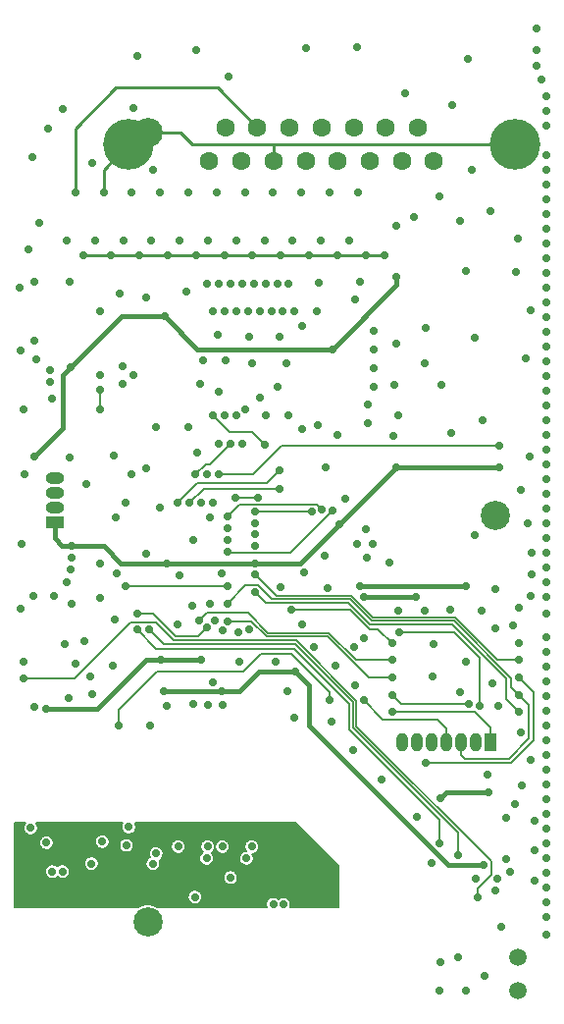
<source format=gbr>
*
%LPD*%
%LNIN1*%
%FSLAX24Y24*%
%MOIN*%
%AD*%
%ADD10C,0.006*%
%ADD19C,0.01*%
%ADD64C,0.016*%
%ADD70O,0.041X0.063*%
%ADD71R,0.041X0.063*%
%ADD72C,0.059*%
%ADD73O,0.063X0.041*%
%ADD74R,0.063X0.041*%
%ADD75C,0.099*%
%ADD76C,0.172*%
%ADD77C,0.063*%
%ADD78C,0.028*%
G54D10*
%SRX1Y1I0.0J0.0*%
G1X9812Y7040D2*
G1X11320Y5532D1*
G1X9850Y7040D2*
G1X11320Y5570D1*
G1X9770Y7040D2*
G1X11320Y5490D1*
G1X8628Y6205D2*
G1X9462Y7040D1*
G1X8612Y6148D2*
G1X9505Y7040D1*
G1X9685Y7040D2*
G1X11320Y5405D1*
G1X9727Y7040D2*
G1X11320Y5447D1*
G1X9643Y7040D2*
G1X11320Y5363D1*
G1X9600Y7040D2*
G1X11320Y5320D1*
G1X9558Y7040D2*
G1X11320Y5278D1*
G1X8570Y6402D2*
G1X9208Y7040D1*
G1X8549Y6424D2*
G1X9165Y7040D1*
G1X8588Y6378D2*
G1X9250Y7040D1*
G1X8500Y6459D2*
G1X9080Y7040D1*
G1X8526Y6443D2*
G1X9123Y7040D1*
G1X8625Y6288D2*
G1X9377Y7040D1*
G1X8630Y6250D2*
G1X9420Y7040D1*
G1X8604Y6351D2*
G1X9292Y7040D1*
G1X8616Y6321D2*
G1X9335Y7040D1*
G1X9133Y7040D2*
G1X11320Y4853D1*
G1X9176Y7040D2*
G1X11320Y4896D1*
G1X9091Y7040D2*
G1X11320Y4811D1*
G1X9049Y7040D2*
G1X11320Y4769D1*
G1X9006Y7040D2*
G1X11320Y4726D1*
G1X8964Y7040D2*
G1X11320Y4684D1*
G1X8921Y7040D2*
G1X11320Y4641D1*
G1X8879Y7040D2*
G1X11320Y4599D1*
G1X8836Y7040D2*
G1X11320Y4556D1*
G1X9473Y7040D2*
G1X11320Y5193D1*
G1X9515Y7040D2*
G1X11320Y5235D1*
G1X9430Y7040D2*
G1X11320Y5150D1*
G1X9388Y7040D2*
G1X11320Y5108D1*
G1X9346Y7040D2*
G1X11320Y5066D1*
G1X9345Y7040D2*
G1X11320Y5065D1*
G1X9303Y7040D2*
G1X11320Y5023D1*
G1X9261Y7040D2*
G1X11320Y4981D1*
G1X9218Y7040D2*
G1X11320Y4938D1*
G1X8307Y6479D2*
G1X8868Y7040D1*
G1X7861Y7040D2*
G1X8413Y6488D1*
G1X7903Y7040D2*
G1X8470Y6473D1*
G1X7630Y6226D2*
G1X8444Y7040D1*
G1X7621Y6175D2*
G1X8486Y7040D1*
G1X8439Y6483D2*
G1X8995Y7040D1*
G1X8471Y6473D2*
G1X9038Y7040D1*
G1X8360Y6489D2*
G1X8911Y7040D1*
G1X8402Y6489D2*
G1X8953Y7040D1*
G1X7733Y7040D2*
G1X8297Y6476D1*
G1X7515Y6450D2*
G1X8104Y7040D1*
G1X7611Y6335D2*
G1X8317Y7040D1*
G1X7077Y6394D2*
G1X7723Y7040D1*
G1X7351Y7040D2*
G1X8131Y6261D1*
G1X7818Y7040D2*
G1X8368Y6490D1*
G1X7776Y7040D2*
G1X8331Y6485D1*
G1X7622Y6303D2*
G1X8359Y7040D1*
G1X7629Y6267D2*
G1X8401Y7040D1*
G1X8449Y5858D2*
G1X9632Y7040D1*
G1X8444Y5895D2*
G1X9589Y7040D1*
G1X8449Y5814D2*
G1X9674Y7040D1*
G1X8434Y5927D2*
G1X9547Y7040D1*
G1X6546Y4761D2*
G1X8826Y7040D1*
G1X8437Y5760D2*
G1X9717Y7040D1*
G1X7910Y5191D2*
G1X9759Y7040D1*
G1X7906Y5144D2*
G1X9802Y7040D1*
G1X7885Y5081D2*
G1X9844Y7040D1*
G1X7583Y6095D2*
G1X8529Y7040D1*
G1X7267Y7040D2*
G1X8141Y6165D1*
G1X7139Y7040D2*
G1X8107Y6072D1*
G1X7097Y7040D2*
G1X8078Y6058D1*
G1X6312Y4739D2*
G1X8614Y7040D1*
G1X6479Y4778D2*
G1X8741Y7040D1*
G1X6515Y4771D2*
G1X8783Y7040D1*
G1X6438Y4780D2*
G1X8698Y7040D1*
G1X6388Y4772D2*
G1X8656Y7040D1*
G1X7691Y7040D2*
G1X8268Y6463D1*
G1X7648Y7040D2*
G1X8241Y6448D1*
G1X7606Y7040D2*
G1X8217Y6429D1*
G1X7581Y6389D2*
G1X8232Y7040D1*
G1X7597Y6363D2*
G1X8274Y7040D1*
G1X8421Y5957D2*
G1X8472Y6008D1*
G1X7622Y6303D2*
G1X7975Y5950D1*
G1X7630Y6253D2*
G1X7963Y5919D1*
G1X7628Y6212D2*
G1X7954Y5886D1*
G1X7564Y7040D2*
G1X8195Y6408D1*
G1X7587Y6380D2*
G1X7991Y5977D1*
G1X8116Y6075D2*
G1X8161Y6120D1*
G1X7622Y6176D2*
G1X7950Y5847D1*
G1X7611Y6144D2*
G1X7953Y5802D1*
G1X7597Y6116D2*
G1X7970Y5743D1*
G1X9455Y4530D2*
G1X10908Y5983D1*
G1X9116Y4530D2*
G1X10738Y6152D1*
G1X8361Y5649D2*
G1X9482Y4528D1*
G1X8337Y5631D2*
G1X9438Y4530D1*
G1X7580Y6090D2*
G1X9142Y4528D1*
G1X7899Y5264D2*
G1X8226Y5591D1*
G1X7907Y5230D2*
G1X8280Y5603D1*
G1X7872Y5323D2*
G1X8145Y5596D1*
G1X7887Y5295D2*
G1X8182Y5591D1*
G1X7726Y5431D2*
G1X7994Y5699D1*
G1X7691Y5438D2*
G1X7978Y5725D1*
G1X7757Y5420D2*
G1X8012Y5675D1*
G1X7650Y5440D2*
G1X7965Y5755D1*
G1X7600Y5433D2*
G1X7955Y5788D1*
G1X7834Y5369D2*
G1X8083Y5619D1*
G1X7854Y5347D2*
G1X8113Y5606D1*
G1X7786Y5406D2*
G1X8033Y5654D1*
G1X7811Y5389D2*
G1X8057Y5635D1*
G1X7539Y6433D2*
G1X8147Y7040D1*
G1X7488Y6466D2*
G1X8062Y7040D1*
G1X7436Y7040D2*
G1X8147Y6330D1*
G1X7394Y7040D2*
G1X8137Y6297D1*
G1X7309Y7040D2*
G1X8131Y6218D1*
G1X7561Y6412D2*
G1X8189Y7040D1*
G1X7521Y7040D2*
G1X8176Y6385D1*
G1X7479Y7040D2*
G1X8160Y6359D1*
G1X7224Y7040D2*
G1X8175Y6089D1*
G1X7278Y6468D2*
G1X7850Y7040D1*
G1X7094Y6369D2*
G1X7765Y7040D1*
G1X7109Y6341D2*
G1X7808Y7040D1*
G1X7034Y6437D2*
G1X7638Y7040D1*
G1X7057Y6417D2*
G1X7680Y7040D1*
G1X7423Y6486D2*
G1X7977Y7040D1*
G1X7457Y6478D2*
G1X8020Y7040D1*
G1X7385Y6490D2*
G1X7935Y7040D1*
G1X7339Y6487D2*
G1X7892Y7040D1*
G1X7182Y7040D2*
G1X8139Y6083D1*
G1X7054Y7040D2*
G1X8053Y6042D1*
G1X7012Y7040D2*
G1X8029Y6023D1*
G1X6575Y4747D2*
G1X8141Y6313D1*
G1X6600Y4730D2*
G1X8131Y6260D1*
G1X6661Y4663D2*
G1X8147Y6149D1*
G1X7561Y6067D2*
G1X9098Y4530D1*
G1X6623Y4710D2*
G1X8131Y6218D1*
G1X6644Y4688D2*
G1X8137Y6181D1*
G1X7076Y6085D2*
G1X7732Y5430D1*
G1X7056Y6063D2*
G1X7679Y5439D1*
G1X7094Y6110D2*
G1X7835Y5368D1*
G1X6970Y7040D2*
G1X8009Y6001D1*
G1X7034Y6043D2*
G1X7637Y5439D1*
G1X7527Y5401D2*
G1X7950Y5825D1*
G1X6676Y4636D2*
G1X7965Y5924D1*
G1X6688Y4606D2*
G1X7952Y5869D1*
G1X6876Y6490D2*
G1X7426Y7040D1*
G1X6842Y7040D2*
G1X7393Y6490D1*
G1X6828Y6484D2*
G1X7383Y7040D1*
G1X6800Y7040D2*
G1X7352Y6488D1*
G1X6760Y6460D2*
G1X7341Y7040D1*
G1X6981Y6468D2*
G1X7553Y7040D1*
G1X6950Y6480D2*
G1X7511Y7040D1*
G1X7009Y6454D2*
G1X7595Y7040D1*
G1X6916Y6487D2*
G1X7468Y7040D1*
G1X6885Y7040D2*
G1X7443Y6482D1*
G1X6333Y7040D2*
G1X6883Y6490D1*
G1X6291Y7040D2*
G1X6843Y6487D1*
G1X6376Y7040D2*
G1X6931Y6485D1*
G1X6248Y7040D2*
G1X6809Y6480D1*
G1X6206Y7040D2*
G1X6778Y6468D1*
G1X6757Y7040D2*
G1X7316Y6482D1*
G1X6715Y7040D2*
G1X7284Y6471D1*
G1X6418Y7040D2*
G1X6997Y6461D1*
G1X6673Y7040D2*
G1X7256Y6457D1*
G1X6503Y7040D2*
G1X7169Y6374D1*
G1X6461Y7040D2*
G1X7154Y6347D1*
G1X6130Y6253D2*
G1X6917Y7040D1*
G1X6128Y6209D2*
G1X6959Y7040D1*
G1X6114Y6153D2*
G1X7001Y7040D1*
G1X6927Y7040D2*
G1X7520Y6447D1*
G1X6630Y7040D2*
G1X7230Y6440D1*
G1X6588Y7040D2*
G1X7207Y6421D1*
G1X6545Y7040D2*
G1X7187Y6399D1*
G1X6121Y7040D2*
G1X6725Y6436D1*
G1X6079Y7040D2*
G1X6703Y6416D1*
G1X6087Y6380D2*
G1X6747Y7040D1*
G1X6048Y6426D2*
G1X6662Y7040D1*
G1X6069Y6404D2*
G1X6704Y7040D1*
G1X6164Y7040D2*
G1X6750Y6454D1*
G1X6125Y6291D2*
G1X6874Y7040D1*
G1X6103Y6353D2*
G1X6789Y7040D1*
G1X6116Y6324D2*
G1X6832Y7040D1*
G1X5998Y6461D2*
G1X6577Y7040D1*
G1X5969Y6474D2*
G1X6535Y7040D1*
G1X6024Y6444D2*
G1X6620Y7040D1*
G1X5400Y7040D2*
G1X5965Y6475D1*
G1X5867Y7040D2*
G1X6632Y6274D1*
G1X6036Y7040D2*
G1X6683Y6394D1*
G1X5994Y7040D2*
G1X6665Y6368D1*
G1X5951Y7040D2*
G1X6651Y6340D1*
G1X5909Y7040D2*
G1X6640Y6309D1*
G1X5273Y7040D2*
G1X5828Y6485D1*
G1X5230Y7040D2*
G1X5795Y6475D1*
G1X5188Y7040D2*
G1X5765Y6462D1*
G1X5145Y7040D2*
G1X5739Y6446D1*
G1X5103Y7040D2*
G1X5715Y6428D1*
G1X5315Y7040D2*
G1X5865Y6490D1*
G1X5357Y7040D2*
G1X5909Y6488D1*
G1X5150Y6249D2*
G1X5941Y7040D1*
G1X5107Y6249D2*
G1X5898Y7040D1*
G1X5782Y7040D2*
G1X6636Y6186D1*
G1X5824Y7040D2*
G1X6630Y6234D1*
G1X5570Y7040D2*
G1X6632Y5978D1*
G1X5527Y7040D2*
G1X6616Y5951D1*
G1X5485Y7040D2*
G1X6604Y5921D1*
G1X5739Y7040D2*
G1X6662Y6117D1*
G1X5697Y7040D2*
G1X6694Y6043D1*
G1X5654Y7040D2*
G1X6671Y6024D1*
G1X5612Y7040D2*
G1X6650Y6002D1*
G1X5248Y6220D2*
G1X6068Y7040D1*
G1X5219Y6234D2*
G1X6026Y7040D1*
G1X5274Y6204D2*
G1X6110Y7040D1*
G1X5187Y6243D2*
G1X5983Y7040D1*
G1X5054Y6238D2*
G1X5856Y7040D1*
G1X5337Y6140D2*
G1X6238Y7040D1*
G1X5442Y7040D2*
G1X6595Y5888D1*
G1X5298Y6185D2*
G1X6153Y7040D1*
G1X5319Y6164D2*
G1X6195Y7040D1*
G1X7062Y5955D2*
G1X7187Y6081D1*
G1X7027Y6005D2*
G1X7154Y6132D1*
G1X7046Y5982D2*
G1X7170Y6105D1*
G1X7090Y5855D2*
G1X7257Y6023D1*
G1X7088Y5812D2*
G1X7285Y6009D1*
G1X7075Y5926D2*
G1X7208Y6059D1*
G1X7084Y5893D2*
G1X7231Y6039D1*
G1X7120Y6310D2*
G1X7152Y6342D1*
G1X7101Y6357D2*
G1X7142Y6316D1*
G1X6115Y6325D2*
G1X6590Y5850D1*
G1X6128Y6269D2*
G1X6592Y5805D1*
G1X7120Y6169D2*
G1X7153Y6136D1*
G1X7099Y6119D2*
G1X7142Y6163D1*
G1X7089Y5860D2*
G1X7540Y5409D1*
G1X7089Y5818D2*
G1X7514Y5393D1*
G1X7083Y5781D2*
G1X7490Y5374D1*
G1X7008Y6025D2*
G1X7601Y5433D1*
G1X7079Y5912D2*
G1X7569Y5423D1*
G1X7073Y5749D2*
G1X7470Y5352D1*
G1X7059Y5720D2*
G1X7451Y5328D1*
G1X7043Y5694D2*
G1X7436Y5301D1*
G1X6697Y4571D2*
G1X7449Y5323D1*
G1X7024Y5671D2*
G1X7423Y5271D1*
G1X7076Y5757D2*
G1X7317Y5998D1*
G1X7002Y5650D2*
G1X7415Y5237D1*
G1X6130Y6225D2*
G1X6608Y5747D1*
G1X6978Y5632D2*
G1X7410Y5199D1*
G1X6951Y5616D2*
G1X7413Y5155D1*
G1X6921Y5604D2*
G1X7428Y5097D1*
G1X6700Y4532D2*
G1X7417Y5250D1*
G1X5899Y6489D2*
G1X6450Y7040D1*
G1X5856Y6489D2*
G1X6407Y7040D1*
G1X5936Y6484D2*
G1X6492Y7040D1*
G1X5803Y6478D2*
G1X6365Y7040D1*
G1X5366Y6083D2*
G1X6323Y7040D1*
G1X5353Y6113D2*
G1X6280Y7040D1*
G1X5060Y7040D2*
G1X5694Y6407D1*
G1X5268Y5689D2*
G1X5676Y6096D1*
G1X5375Y6050D2*
G1X5642Y6317D1*
G1X5380Y6012D2*
G1X5631Y6264D1*
G1X5378Y5968D2*
G1X5631Y6221D1*
G1X5018Y7040D2*
G1X5675Y6383D1*
G1X4976Y7040D2*
G1X5659Y6357D1*
G1X5364Y5911D2*
G1X5636Y6184D1*
G1X5262Y5724D2*
G1X5659Y6122D1*
G1X5251Y5756D2*
G1X5646Y6151D1*
G1X5357Y5895D2*
G1X6473Y4779D1*
G1X5342Y5868D2*
G1X6430Y4779D1*
G1X5369Y5926D2*
G1X6526Y4768D1*
G1X5324Y5843D2*
G1X6394Y4774D1*
G1X5304Y5821D2*
G1X6361Y4764D1*
G1X5281Y5801D2*
G1X6332Y4750D1*
G1X5269Y5686D2*
G1X6261Y4694D1*
G1X5256Y5784D2*
G1X6306Y4734D1*
G1X5257Y5741D2*
G1X6282Y4715D1*
G1X5262Y5598D2*
G1X5716Y6051D1*
G1X5270Y5648D2*
G1X5694Y6072D1*
G1X5269Y5643D2*
G1X6243Y4670D1*
G1X5228Y5521D2*
G1X5740Y6033D1*
G1X5264Y5606D2*
G1X6227Y4643D1*
G1X5254Y5573D2*
G1X6214Y4613D1*
G1X5241Y5544D2*
G1X6205Y4580D1*
G1X5225Y5517D2*
G1X6200Y4543D1*
G1X8667Y7040D2*
G1X11320Y4387D1*
G1X8794Y7040D2*
G1X11320Y4514D1*
G1X8624Y7040D2*
G1X11320Y4344D1*
G1X8582Y7040D2*
G1X11320Y4302D1*
G1X8539Y7040D2*
G1X11320Y4259D1*
G1X8752Y7040D2*
G1X11320Y4472D1*
G1X9218Y4505D2*
G1X10802Y6089D1*
G1X8709Y7040D2*
G1X11320Y4429D1*
G1X8497Y7040D2*
G1X11320Y4217D1*
G1X8455Y7040D2*
G1X11320Y4175D1*
G1X9010Y4509D2*
G1X10696Y6195D1*
G1X8630Y6228D2*
G1X10688Y4170D1*
G1X8629Y4170D2*
G1X10674Y6216D1*
G1X8613Y6330D2*
G1X10773Y4170D1*
G1X8625Y6191D2*
G1X10646Y4170D1*
G1X9154Y4526D2*
G1X10759Y6131D1*
G1X9188Y4517D2*
G1X10780Y6110D1*
G1X9070Y4527D2*
G1X10717Y6173D1*
G1X8616Y6157D2*
G1X10603Y4170D1*
G1X8370Y7040D2*
G1X11240Y4170D1*
G1X8327Y7040D2*
G1X11197Y4170D1*
G1X8412Y7040D2*
G1X11282Y4170D1*
G1X8242Y7040D2*
G1X11112Y4170D1*
G1X8285Y7040D2*
G1X11155Y4170D1*
G1X8586Y4170D2*
G1X10653Y6237D1*
G1X8628Y6273D2*
G1X10731Y4170D1*
G1X8501Y4170D2*
G1X10611Y6279D1*
G1X8544Y4170D2*
G1X10632Y6258D1*
G1X8374Y4170D2*
G1X10547Y6343D1*
G1X8332Y4170D2*
G1X10526Y6364D1*
G1X8416Y4170D2*
G1X10568Y6322D1*
G1X8247Y4170D2*
G1X10484Y6407D1*
G1X8289Y4170D2*
G1X10505Y6386D1*
G1X8588Y6101D2*
G1X10518Y4170D1*
G1X8603Y6128D2*
G1X10561Y4170D1*
G1X8459Y4170D2*
G1X10590Y6301D1*
G1X8569Y6077D2*
G1X10476Y4170D1*
G1X7526Y4170D2*
G1X10123Y6767D1*
G1X7483Y4170D2*
G1X10102Y6789D1*
G1X7568Y4170D2*
G1X10144Y6746D1*
G1X7398Y4170D2*
G1X10059Y6831D1*
G1X7441Y4170D2*
G1X10080Y6810D1*
G1X7695Y4170D2*
G1X10208Y6683D1*
G1X7738Y4170D2*
G1X10229Y6661D1*
G1X7610Y4170D2*
G1X10165Y6725D1*
G1X7653Y4170D2*
G1X10187Y6704D1*
G1X7144Y4170D2*
G1X9932Y6958D1*
G1X7101Y4170D2*
G1X9911Y6980D1*
G1X7186Y4170D2*
G1X9953Y6937D1*
G1X7016Y4170D2*
G1X9868Y7022D1*
G1X7059Y4170D2*
G1X9890Y7001D1*
G1X7313Y4170D2*
G1X10017Y6873D1*
G1X7356Y4170D2*
G1X10038Y6852D1*
G1X7229Y4170D2*
G1X9974Y6916D1*
G1X7271Y4170D2*
G1X9996Y6895D1*
G1X8158Y7040D2*
G1X11028Y4170D1*
G1X8115Y7040D2*
G1X10985Y4170D1*
G1X8200Y7040D2*
G1X11070Y4170D1*
G1X8030Y7040D2*
G1X10900Y4170D1*
G1X8073Y7040D2*
G1X10943Y4170D1*
G1X8162Y4170D2*
G1X10441Y6449D1*
G1X8204Y4170D2*
G1X10462Y6428D1*
G1X7945Y7040D2*
G1X10815Y4170D1*
G1X7988Y7040D2*
G1X10858Y4170D1*
G1X7907Y4170D2*
G1X10314Y6576D1*
G1X7865Y4170D2*
G1X10293Y6598D1*
G1X7950Y4170D2*
G1X10335Y6555D1*
G1X7780Y4170D2*
G1X10250Y6640D1*
G1X7822Y4170D2*
G1X10271Y6619D1*
G1X8077Y4170D2*
G1X10399Y6492D1*
G1X8119Y4170D2*
G1X10420Y6470D1*
G1X7992Y4170D2*
G1X10356Y6534D1*
G1X8035Y4170D2*
G1X10377Y6513D1*
G1X10326Y4170D2*
G1X11320Y5164D1*
G1X10283Y4170D2*
G1X11320Y5207D1*
G1X10368Y4170D2*
G1X11320Y5122D1*
G1X10198Y4170D2*
G1X11320Y5292D1*
G1X10241Y4170D2*
G1X11320Y5249D1*
G1X10495Y4170D2*
G1X11320Y4995D1*
G1X10538Y4170D2*
G1X11320Y4952D1*
G1X10410Y4170D2*
G1X11320Y5080D1*
G1X10453Y4170D2*
G1X11320Y5037D1*
G1X9944Y4170D2*
G1X11320Y5546D1*
G1X9901Y4170D2*
G1X11311Y5579D1*
G1X9986Y4170D2*
G1X11320Y5504D1*
G1X9817Y4170D2*
G1X11268Y5622D1*
G1X9859Y4170D2*
G1X11290Y5601D1*
G1X10113Y4170D2*
G1X11320Y5377D1*
G1X10156Y4170D2*
G1X11320Y5334D1*
G1X10029Y4170D2*
G1X11320Y5461D1*
G1X10071Y4170D2*
G1X11320Y5419D1*
G1X11089Y4170D2*
G1X11320Y4401D1*
G1X11047Y4170D2*
G1X11320Y4443D1*
G1X11320Y4170D2*
G1X11320Y5570D1*
G1X10962Y4170D2*
G1X11320Y4528D1*
G1X11004Y4170D2*
G1X11320Y4486D1*
G1X11217Y4170D2*
G1X11320Y4273D1*
G1X11259Y4170D2*
G1X11320Y4231D1*
G1X11132Y4170D2*
G1X11320Y4358D1*
G1X11174Y4170D2*
G1X11320Y4316D1*
G1X10707Y4170D2*
G1X11320Y4783D1*
G1X10665Y4170D2*
G1X11320Y4825D1*
G1X10750Y4170D2*
G1X11320Y4740D1*
G1X10580Y4170D2*
G1X11320Y4910D1*
G1X10623Y4170D2*
G1X11320Y4867D1*
G1X10877Y4170D2*
G1X11320Y4613D1*
G1X10920Y4170D2*
G1X11320Y4570D1*
G1X10792Y4170D2*
G1X11320Y4698D1*
G1X10835Y4170D2*
G1X11320Y4655D1*
G1X9682Y4374D2*
G1X11099Y5792D1*
G1X9668Y4403D2*
G1X11077Y5813D1*
G1X9692Y4343D2*
G1X11120Y5770D1*
G1X9632Y4452D2*
G1X11035Y5855D1*
G1X9651Y4429D2*
G1X11056Y5834D1*
G1X9700Y4265D2*
G1X11162Y5728D1*
G1X9732Y4170D2*
G1X11226Y5664D1*
G1X9699Y4307D2*
G1X11141Y5749D1*
G1X9691Y4214D2*
G1X11184Y5707D1*
G1X9494Y4526D2*
G1X10929Y5961D1*
G1X9410Y4527D2*
G1X10887Y6004D1*
G1X9349Y4509D2*
G1X10865Y6025D1*
G1X9246Y4490D2*
G1X10823Y6067D1*
G1X9270Y4472D2*
G1X10844Y6046D1*
G1X9585Y4490D2*
G1X10993Y5898D1*
G1X9610Y4472D2*
G1X11014Y5876D1*
G1X9528Y4518D2*
G1X10950Y5940D1*
G1X9558Y4505D2*
G1X10971Y5919D1*
G1X8525Y6036D2*
G1X10391Y4170D1*
G1X8499Y6020D2*
G1X10349Y4170D1*
G1X8548Y6055D2*
G1X10434Y4170D1*
G1X8437Y5997D2*
G1X10264Y4170D1*
G1X8470Y6007D2*
G1X10306Y4170D1*
G1X9689Y4170D2*
G1X11205Y5686D1*
G1X9774Y4170D2*
G1X11247Y5643D1*
G1X8401Y5991D2*
G1X10221Y4170D1*
G1X9674Y4170D2*
G1X11320Y4170D1*
G1X8449Y5815D2*
G1X10094Y4170D1*
G1X8443Y5779D2*
G1X10052Y4170D1*
G1X8449Y5857D2*
G1X10137Y4170D1*
G1X8432Y5747D2*
G1X10009Y4170D1*
G1X8440Y5909D2*
G1X10179Y4170D1*
G1X9684Y4368D2*
G1X9882Y4170D1*
G1X9698Y4312D2*
G1X9840Y4170D1*
G1X8402Y5693D2*
G1X9924Y4170D1*
G1X8418Y5718D2*
G1X9967Y4170D1*
G1X8310Y5615D2*
G1X9400Y4525D1*
G1X7539Y6047D2*
G1X9060Y4525D1*
G1X8383Y5669D2*
G1X9538Y4514D1*
G1X7514Y6029D2*
G1X9027Y4516D1*
G1X7487Y6014D2*
G1X8997Y4503D1*
G1X8279Y5603D2*
G1X9367Y4516D1*
G1X8246Y5594D2*
G1X9337Y4503D1*
G1X8207Y5590D2*
G1X9310Y4487D1*
G1X8103Y5610D2*
G1X9199Y4514D1*
G1X8162Y5593D2*
G1X9286Y4469D1*
G1X7456Y6002D2*
G1X8971Y4488D1*
G1X7422Y5994D2*
G1X8947Y4469D1*
G1X7337Y5994D2*
G1X8906Y4425D1*
G1X7276Y6013D2*
G1X8890Y4399D1*
G1X7108Y6138D2*
G1X8877Y4369D1*
G1X7383Y5990D2*
G1X8925Y4448D1*
G1X7838Y5365D2*
G1X8867Y4337D1*
G1X6696Y4486D2*
G1X7410Y5200D1*
G1X6676Y4424D2*
G1X7412Y5159D1*
G1X6805Y5592D2*
G1X8227Y4170D1*
G1X6747Y5608D2*
G1X8185Y4170D1*
G1X6888Y5595D2*
G1X8312Y4170D1*
G1X6115Y6155D2*
G1X8100Y4170D1*
G1X6125Y6188D2*
G1X8143Y4170D1*
G1X7909Y5209D2*
G1X8861Y4258D1*
G1X7909Y5167D2*
G1X8872Y4205D1*
G1X7900Y5262D2*
G1X8861Y4300D1*
G1X6850Y5590D2*
G1X8270Y4170D1*
G1X6086Y6099D2*
G1X8015Y4170D1*
G1X6068Y6075D2*
G1X7973Y4170D1*
G1X6102Y6126D2*
G1X8058Y4170D1*
G1X6023Y6035D2*
G1X7888Y4170D1*
G1X6047Y6054D2*
G1X7930Y4170D1*
G1X5967Y6006D2*
G1X7803Y4170D1*
G1X5997Y6019D2*
G1X7846Y4170D1*
G1X5898Y5991D2*
G1X7718Y4170D1*
G1X5935Y5996D2*
G1X7761Y4170D1*
G1X5701Y4170D2*
G1X8571Y7040D1*
G1X5380Y5999D2*
G1X7209Y4170D1*
G1X5801Y6003D2*
G1X7633Y4170D1*
G1X5172Y4192D2*
G1X6653Y5674D1*
G1X5377Y5960D2*
G1X7167Y4170D1*
G1X5447Y4170D2*
G1X6868Y5592D1*
G1X5489Y4170D2*
G1X6923Y5604D1*
G1X5197Y4175D2*
G1X6675Y5653D1*
G1X5404Y4170D2*
G1X6825Y5590D1*
G1X5058Y4248D2*
G1X6596Y5786D1*
G1X5026Y4259D2*
G1X6591Y5823D1*
G1X5088Y4236D2*
G1X6606Y5753D1*
G1X4958Y4275D2*
G1X6603Y5921D1*
G1X4993Y4268D2*
G1X6591Y5866D1*
G1X5207Y5494D2*
G1X6202Y4498D1*
G1X5185Y5473D2*
G1X6216Y4442D1*
G1X5117Y4223D2*
G1X6619Y5724D1*
G1X5145Y4208D2*
G1X6635Y5697D1*
G1X5616Y4170D2*
G1X7445Y5999D1*
G1X5531Y4170D2*
G1X7353Y5991D1*
G1X5659Y4170D2*
G1X7525Y6037D1*
G1X5355Y6109D2*
G1X7294Y4170D1*
G1X5376Y6046D2*
G1X7252Y4170D1*
G1X5574Y4170D2*
G1X7394Y5990D1*
G1X5855Y5991D2*
G1X7676Y4170D1*
G1X5319Y4170D2*
G1X6754Y5605D1*
G1X5362Y4170D2*
G1X6787Y5596D1*
G1X5235Y4170D2*
G1X6698Y5634D1*
G1X5162Y5454D2*
G1X6446Y4170D1*
G1X5277Y4170D2*
G1X6725Y5618D1*
G1X5106Y5425D2*
G1X6361Y4170D1*
G1X5135Y5438D2*
G1X6403Y4170D1*
G1X5035Y5410D2*
G1X6276Y4170D1*
G1X5073Y5416D2*
G1X6318Y4170D1*
G1X4937Y5424D2*
G1X6191Y4170D1*
G1X4992Y5412D2*
G1X6233Y4170D1*
G1X9700Y4268D2*
G1X9797Y4170D1*
G1X8671Y4170D2*
G1X8881Y4380D1*
G1X9686Y4197D2*
G1X9712Y4170D1*
G1X9695Y4230D2*
G1X9755Y4170D1*
G1X8798Y4170D2*
G1X8864Y4236D1*
G1X8841Y4170D2*
G1X8873Y4202D1*
G1X7893Y5099D2*
G1X8821Y4170D1*
G1X7879Y5070D2*
G1X8779Y4170D1*
G1X7903Y5131D2*
G1X8864Y4170D1*
G1X7844Y5020D2*
G1X8694Y4170D1*
G1X7863Y5044D2*
G1X8737Y4170D1*
G1X8713Y4170D2*
G1X8863Y4320D1*
G1X8756Y4170D2*
G1X8860Y4274D1*
G1X7798Y4981D2*
G1X8609Y4170D1*
G1X7822Y5000D2*
G1X8652Y4170D1*
G1X7741Y4953D2*
G1X8524Y4170D1*
G1X7707Y4945D2*
G1X8482Y4170D1*
G1X7771Y4966D2*
G1X8567Y4170D1*
G1X6974Y4170D2*
G1X7769Y4965D1*
G1X7567Y4958D2*
G1X8355Y4170D1*
G1X7625Y4943D2*
G1X8397Y4170D1*
G1X7669Y4940D2*
G1X8440Y4170D1*
G1X6889Y4170D2*
G1X7659Y4940D1*
G1X6932Y4170D2*
G1X7706Y4944D1*
G1X6804Y4170D2*
G1X7586Y4951D1*
G1X6762Y4170D2*
G1X7555Y4963D1*
G1X6847Y4170D2*
G1X7620Y4943D1*
G1X6688Y4606D2*
G1X7124Y4170D1*
G1X6719Y4170D2*
G1X7527Y4978D1*
G1X6699Y4553D2*
G1X7082Y4170D1*
G1X6699Y4510D2*
G1X7040Y4170D1*
G1X6684Y4441D2*
G1X6955Y4170D1*
G1X6694Y4474D2*
G1X6997Y4170D1*
G1X6592Y4170D2*
G1X7461Y5039D1*
G1X6550Y4170D2*
G1X7444Y5064D1*
G1X6635Y4170D2*
G1X7481Y5016D1*
G1X6465Y4170D2*
G1X7419Y5124D1*
G1X6507Y4170D2*
G1X7430Y5093D1*
G1X6670Y4412D2*
G1X6912Y4170D1*
G1X6677Y4170D2*
G1X7503Y4996D1*
G1X6635Y4362D2*
G1X6827Y4170D1*
G1X6654Y4386D2*
G1X6870Y4170D1*
G1X6590Y4323D2*
G1X6743Y4170D1*
G1X6563Y4307D2*
G1X6700Y4170D1*
G1X6614Y4341D2*
G1X6785Y4170D1*
G1X6422Y4170D2*
G1X6556Y4304D1*
G1X6500Y4285D2*
G1X6615Y4170D1*
G1X6533Y4294D2*
G1X6658Y4170D1*
G1X6418Y4282D2*
G1X6530Y4170D1*
G1X6463Y4280D2*
G1X6573Y4170D1*
G1X6253Y4170D2*
G1X6374Y4292D1*
G1X6210Y4170D2*
G1X6344Y4304D1*
G1X6362Y4296D2*
G1X6488Y4170D1*
G1X6125Y4170D2*
G1X6292Y4336D1*
G1X6168Y4170D2*
G1X6317Y4319D1*
G1X6338Y4170D2*
G1X6448Y4280D1*
G1X6380Y4170D2*
G1X6494Y4284D1*
G1X5205Y4170D2*
G1X8885Y4170D1*
G1X6295Y4170D2*
G1X6409Y4283D1*
G1X5871Y4170D2*
G1X6202Y4501D1*
G1X5828Y4170D2*
G1X6200Y4542D1*
G1X5913Y4170D2*
G1X6209Y4465D1*
G1X5744Y4170D2*
G1X6241Y4668D1*
G1X5786Y4170D2*
G1X6208Y4592D1*
G1X6041Y4170D2*
G1X6250Y4380D1*
G1X6083Y4170D2*
G1X6270Y4357D1*
G1X5956Y4170D2*
G1X6219Y4434D1*
G1X5998Y4170D2*
G1X6233Y4405D1*
G1X4437Y6979D2*
G1X4498Y7040D1*
G1X4425Y7009D2*
G1X4456Y7040D1*
G1X4446Y6945D2*
G1X4541Y7040D1*
G1X4447Y6861D2*
G1X4626Y7040D1*
G1X4450Y6907D2*
G1X4583Y7040D1*
G1X4430Y6802D2*
G1X4668Y7040D1*
G1X4407Y7040D2*
G1X9850Y7040D1*
G1X4190Y6520D2*
G1X4710Y7040D1*
G1X3915Y7040D2*
G1X3966Y6989D1*
G1X3873Y7040D2*
G1X3956Y6956D1*
G1X3830Y7040D2*
G1X3951Y6919D1*
G1X3788Y7040D2*
G1X3951Y6877D1*
G1X3745Y7040D2*
G1X3962Y6823D1*
G1X3957Y7040D2*
G1X3980Y7018D1*
G1X3660Y7040D2*
G1X4177Y6523D1*
G1X3618Y7040D2*
G1X4128Y6530D1*
G1X3576Y7040D2*
G1X4088Y6528D1*
G1X4848Y7040D2*
G1X5631Y6258D1*
G1X4370Y6275D2*
G1X5135Y7040D1*
G1X4424Y7040D2*
G1X5239Y6225D1*
G1X4368Y6315D2*
G1X5092Y7040D1*
G1X4339Y6160D2*
G1X5220Y7040D1*
G1X4933Y7040D2*
G1X5646Y6327D1*
G1X4891Y7040D2*
G1X5636Y6295D1*
G1X4806Y7040D2*
G1X5631Y6215D1*
G1X4763Y7040D2*
G1X5643Y6161D1*
G1X4274Y6477D2*
G1X4838Y7040D1*
G1X4249Y6494D2*
G1X4795Y7040D1*
G1X4297Y6457D2*
G1X4880Y7040D1*
G1X4221Y6509D2*
G1X4753Y7040D1*
G1X3703Y7040D2*
G1X4248Y6495D1*
G1X4349Y6381D2*
G1X5007Y7040D1*
G1X4360Y6350D2*
G1X5050Y7040D1*
G1X4317Y6434D2*
G1X4923Y7040D1*
G1X4334Y6409D2*
G1X4965Y7040D1*
G1X3485Y6578D2*
G1X3947Y7040D1*
G1X3463Y6599D2*
G1X3904Y7040D1*
G1X3504Y6555D2*
G1X3989Y7040D1*
G1X2939Y7040D2*
G1X3320Y6659D1*
G1X3211Y6644D2*
G1X3607Y7040D1*
G1X3533Y7040D2*
G1X4052Y6521D1*
G1X3491Y7040D2*
G1X4021Y6510D1*
G1X1053Y7040D2*
G1X3993Y7040D1*
G1X3448Y7040D2*
G1X3993Y6495D1*
G1X2727Y7040D2*
G1X3154Y6613D1*
G1X2685Y7040D2*
G1X3131Y6594D1*
G1X2642Y7040D2*
G1X3110Y6572D1*
G1X2600Y7040D2*
G1X3092Y6548D1*
G1X2557Y7040D2*
G1X3076Y6521D1*
G1X2897Y7040D2*
G1X3278Y6659D1*
G1X2854Y7040D2*
G1X3241Y6653D1*
G1X2812Y7040D2*
G1X3209Y6643D1*
G1X2769Y7040D2*
G1X3180Y6629D1*
G1X3236Y7040D2*
G1X3892Y6384D1*
G1X3194Y7040D2*
G1X3881Y6353D1*
G1X3151Y7040D2*
G1X3873Y6318D1*
G1X3066Y7040D2*
G1X3875Y6232D1*
G1X3024Y7040D2*
G1X3897Y6167D1*
G1X3406Y7040D2*
G1X3968Y6478D1*
G1X3363Y7040D2*
G1X3945Y6458D1*
G1X3321Y7040D2*
G1X3925Y6436D1*
G1X3279Y7040D2*
G1X3907Y6411D1*
G1X1740Y5597D2*
G1X3183Y7040D1*
G1X2345Y7040D2*
G1X3068Y6317D1*
G1X1764Y5579D2*
G1X3226Y7040D1*
G1X1684Y5626D2*
G1X3098Y7040D1*
G1X1713Y5613D2*
G1X3141Y7040D1*
G1X1907Y5636D2*
G1X3310Y7040D1*
G1X2108Y5583D2*
G1X3565Y7040D1*
G1X1907Y5636D2*
G1X3310Y7040D1*
G1X1845Y5617D2*
G1X3268Y7040D1*
G1X4448Y6931D2*
G1X5129Y6250D1*
G1X4450Y6887D2*
G1X5090Y6247D1*
G1X4445Y6850D2*
G1X5056Y6239D1*
G1X4434Y6987D2*
G1X5176Y6246D1*
G1X4364Y6227D2*
G1X5177Y7040D1*
G1X4436Y6816D2*
G1X5025Y6227D1*
G1X4423Y6787D2*
G1X4998Y6212D1*
G1X4407Y6760D2*
G1X4973Y6194D1*
G1X4389Y6736D2*
G1X4951Y6174D1*
G1X4368Y6715D2*
G1X4931Y6151D1*
G1X4344Y6696D2*
G1X4914Y6126D1*
G1X3549Y6430D2*
G1X3958Y6839D1*
G1X4318Y6680D2*
G1X4900Y6098D1*
G1X3543Y6467D2*
G1X3951Y6875D1*
G1X3549Y6388D2*
G1X3968Y6807D1*
G1X4116Y6530D2*
G1X4239Y6653D1*
G1X4155Y6527D2*
G1X4298Y6670D1*
G1X4068Y6524D2*
G1X4193Y6650D1*
G1X4000Y6499D2*
G1X4155Y6654D1*
G1X4289Y6666D2*
G1X4889Y6066D1*
G1X4256Y6656D2*
G1X4882Y6031D1*
G1X4219Y6651D2*
G1X4880Y5990D1*
G1X4177Y6651D2*
G1X4887Y5940D1*
G1X4123Y6662D2*
G1X4904Y5881D1*
G1X4335Y6408D2*
G1X4877Y5865D1*
G1X4363Y6337D2*
G1X4854Y5847D1*
G1X4370Y6288D2*
G1X4833Y5825D1*
G1X4368Y6248D2*
G1X4814Y5802D1*
G1X4361Y6212D2*
G1X4798Y5775D1*
G1X4350Y6181D2*
G1X4785Y5746D1*
G1X4335Y6153D2*
G1X4776Y5713D1*
G1X4318Y6128D2*
G1X4770Y5675D1*
G1X4298Y6105D2*
G1X4772Y5632D1*
G1X4276Y6085D2*
G1X4784Y5577D1*
G1X3413Y6633D2*
G1X3819Y7040D1*
G1X3350Y6655D2*
G1X3735Y7040D1*
G1X3439Y6618D2*
G1X3862Y7040D1*
G1X3312Y6660D2*
G1X3692Y7040D1*
G1X3109Y7040D2*
G1X3870Y6279D1*
G1X3533Y6499D2*
G1X3951Y6917D1*
G1X3538Y6335D2*
G1X3982Y6778D1*
G1X3383Y6646D2*
G1X3777Y7040D1*
G1X3520Y6529D2*
G1X3959Y6968D1*
G1X3268Y6658D2*
G1X3650Y7040D1*
G1X2982Y7040D2*
G1X3372Y6649D1*
G1X2900Y5908D2*
G1X3181Y6190D1*
G1X2844Y5895D2*
G1X3155Y6206D1*
G1X3014Y5895D2*
G1X3280Y6161D1*
G1X3044Y5883D2*
G1X3322Y6161D1*
G1X2944Y5910D2*
G1X3211Y6177D1*
G1X2981Y5905D2*
G1X3243Y6167D1*
G1X3151Y5777D2*
G1X4064Y6690D1*
G1X3135Y5804D2*
G1X4039Y6708D1*
G1X3164Y5748D2*
G1X4091Y6675D1*
G1X3094Y5848D2*
G1X3998Y6752D1*
G1X3116Y5827D2*
G1X4018Y6729D1*
G1X3179Y5679D2*
G1X3901Y6400D1*
G1X3179Y5636D2*
G1X3876Y6332D1*
G1X3174Y5715D2*
G1X4121Y6663D1*
G1X3168Y5582D2*
G1X3870Y6284D1*
G1X2056Y5616D2*
G1X3480Y7040D1*
G1X2026Y5628D2*
G1X3438Y7040D1*
G1X2084Y5601D2*
G1X3522Y7040D1*
G1X1953Y5640D2*
G1X3353Y7040D1*
G1X1992Y5636D2*
G1X3395Y7040D1*
G1X3071Y5867D2*
G1X3375Y6172D1*
G1X2198Y5419D2*
G1X3077Y6297D1*
G1X2200Y5378D2*
G1X3092Y6271D1*
G1X1642Y6432D2*
G1X2250Y7040D1*
G1X1632Y6464D2*
G1X2207Y7040D1*
G1X1649Y6396D2*
G1X2292Y7040D1*
G1X1601Y6519D2*
G1X2122Y7040D1*
G1X1618Y6493D2*
G1X2165Y7040D1*
G1X2515Y7040D2*
G1X3064Y6491D1*
G1X2472Y7040D2*
G1X3055Y6458D1*
G1X2430Y7040D2*
G1X3050Y6420D1*
G1X2388Y7040D2*
G1X3052Y6375D1*
G1X1650Y6355D2*
G1X2335Y7040D1*
G1X1444Y6616D2*
G1X1868Y7040D1*
G1X1405Y6620D2*
G1X1825Y7040D1*
G1X1478Y6608D2*
G1X1910Y7040D1*
G1X1360Y6617D2*
G1X1783Y7040D1*
G1X1300Y6599D2*
G1X1741Y7040D1*
G1X1560Y6562D2*
G1X2038Y7040D1*
G1X1582Y6542D2*
G1X2080Y7040D1*
G1X1508Y6595D2*
G1X1953Y7040D1*
G1X1535Y6580D2*
G1X1995Y7040D1*
G1X1751Y7040D2*
G1X2885Y5906D1*
G1X1709Y7040D2*
G1X2851Y5897D1*
G1X1666Y7040D2*
G1X2821Y5885D1*
G1X1624Y7040D2*
G1X2794Y5870D1*
G1X1582Y7040D2*
G1X2770Y5852D1*
G1X1879Y7040D2*
G1X3029Y5890D1*
G1X1651Y5635D2*
G1X3056Y7040D1*
G1X1613Y5640D2*
G1X3013Y7040D1*
G1X1569Y5638D2*
G1X2971Y7040D1*
G1X1602Y6222D2*
G1X2419Y7040D1*
G1X1641Y6304D2*
G1X2377Y7040D1*
G1X1369Y7040D2*
G1X2688Y5722D1*
G1X1327Y7040D2*
G1X2681Y5686D1*
G1X1285Y7040D2*
G1X2681Y5644D1*
G1X1539Y7040D2*
G1X2748Y5831D1*
G1X1497Y7040D2*
G1X2729Y5808D1*
G1X1454Y7040D2*
G1X2712Y5782D1*
G1X1412Y7040D2*
G1X2698Y5754D1*
G1X1092Y6985D2*
G1X1147Y7040D1*
G1X1076Y7012D2*
G1X1104Y7040D1*
G1X606Y7040D2*
G1X652Y6993D1*
G1X563Y7040D2*
G1X639Y6965D1*
G1X1120Y6886D2*
G1X1274Y7040D1*
G1X1118Y6842D2*
G1X1316Y7040D1*
G1X1105Y6956D2*
G1X1189Y7040D1*
G1X1114Y6923D2*
G1X1231Y7040D1*
G1X310Y6882D2*
G1X468Y7040D1*
G1X310Y6925D2*
G1X425Y7040D1*
G1X310Y6840D2*
G1X510Y7040D1*
G1X310Y7009D2*
G1X341Y7040D1*
G1X310Y6967D2*
G1X383Y7040D1*
G1X521Y7040D2*
G1X628Y6933D1*
G1X478Y7040D2*
G1X621Y6897D1*
G1X436Y7040D2*
G1X620Y6856D1*
G1X394Y7040D2*
G1X629Y6805D1*
G1X1072Y7040D2*
G1X1527Y6585D1*
G1X310Y5864D2*
G1X1486Y7040D1*
G1X310Y5822D2*
G1X1528Y7040D1*
G1X310Y5779D2*
G1X1571Y7040D1*
G1X310Y5737D2*
G1X1613Y7040D1*
G1X1242Y7040D2*
G1X2689Y5593D1*
G1X1200Y7040D2*
G1X2731Y5509D1*
G1X310Y5694D2*
G1X1656Y7040D1*
G1X310Y5652D2*
G1X1698Y7040D1*
G1X310Y6755D2*
G1X595Y7040D1*
G1X310Y6797D2*
G1X553Y7040D1*
G1X351Y7040D2*
G1X667Y6724D1*
G1X310Y6712D2*
G1X638Y7040D1*
G1X310Y6670D2*
G1X680Y7040D1*
G1X1106Y6787D2*
G1X1359Y7040D1*
G1X310Y5949D2*
G1X1401Y7040D1*
G1X310Y5906D2*
G1X1444Y7040D1*
G1X1117Y6911D2*
G1X1408Y6620D1*
G1X1120Y6865D2*
G1X1367Y6618D1*
G1X1794Y7040D2*
G1X2924Y5910D1*
G1X1098Y6972D2*
G1X1456Y6614D1*
G1X1116Y6827D2*
G1X1332Y6611D1*
G1X1108Y6793D2*
G1X1301Y6599D1*
G1X1096Y6762D2*
G1X1273Y6585D1*
G1X1080Y6735D2*
G1X1247Y6568D1*
G1X1063Y6711D2*
G1X1225Y6548D1*
G1X1042Y6689D2*
G1X1205Y6526D1*
G1X1019Y6669D2*
G1X1187Y6501D1*
G1X993Y6652D2*
G1X1172Y6473D1*
G1X965Y6639D2*
G1X1161Y6443D1*
G1X933Y6628D2*
G1X1153Y6408D1*
G1X897Y6621D2*
G1X1150Y6368D1*
G1X856Y6620D2*
G1X1155Y6321D1*
G1X805Y6629D2*
G1X1177Y6256D1*
G1X2130Y5563D2*
G1X3066Y6499D1*
G1X2150Y5540D2*
G1X3052Y6442D1*
G1X2167Y5515D2*
G1X3050Y6398D1*
G1X1836Y7040D2*
G1X2969Y5907D1*
G1X1513Y5624D2*
G1X2929Y7040D1*
G1X2181Y5486D2*
G1X3055Y6360D1*
G1X2192Y5454D2*
G1X3064Y6327D1*
G1X1531Y6157D2*
G1X2093Y5595D1*
G1X1503Y6142D2*
G1X2014Y5632D1*
G1X1286Y6147D2*
G1X1826Y5607D1*
G1X724Y6667D2*
G1X1801Y5591D1*
G1X310Y6869D2*
G1X1545Y5634D1*
G1X310Y5567D2*
G1X1153Y6410D1*
G1X1473Y6131D2*
G1X1964Y5640D1*
G1X1438Y6123D2*
G1X1922Y5638D1*
G1X1398Y6120D2*
G1X1887Y5632D1*
G1X1351Y6125D2*
G1X1855Y5621D1*
G1X310Y6203D2*
G1X755Y6648D1*
G1X310Y6246D2*
G1X728Y6664D1*
G1X310Y6161D2*
G1X784Y6635D1*
G1X310Y6288D2*
G1X704Y6683D1*
G1X310Y6911D2*
G1X1582Y5639D1*
G1X310Y6076D2*
G1X854Y6620D1*
G1X310Y6034D2*
G1X898Y6622D1*
G1X310Y6119D2*
G1X817Y6626D1*
G1X310Y5991D2*
G1X953Y6634D1*
G1X310Y6585D2*
G1X621Y6897D1*
G1X310Y6543D2*
G1X621Y6853D1*
G1X310Y6500D2*
G1X626Y6816D1*
G1X310Y7040D2*
G1X687Y7040D1*
G1X310Y6628D2*
G1X634Y6951D1*
G1X310Y6373D2*
G1X665Y6728D1*
G1X310Y6331D2*
G1X683Y6704D1*
G1X310Y6458D2*
G1X635Y6783D1*
G1X310Y6415D2*
G1X649Y6754D1*
G1X310Y6954D2*
G1X1625Y5639D1*
G1X310Y6827D2*
G1X1512Y5624D1*
G1X310Y6784D2*
G1X1483Y5611D1*
G1X310Y6996D2*
G1X1679Y5627D1*
G1X310Y7039D2*
G1X1778Y5571D1*
G1X310Y6657D2*
G1X1412Y5555D1*
G1X310Y6614D2*
G1X1394Y5531D1*
G1X310Y6742D2*
G1X1457Y5595D1*
G1X310Y6699D2*
G1X1433Y5576D1*
G1X310Y6487D2*
G1X1355Y5442D1*
G1X310Y5609D2*
G1X1171Y6470D1*
G1X310Y6445D2*
G1X1350Y5404D1*
G1X310Y6572D2*
G1X1378Y5504D1*
G1X310Y6530D2*
G1X1365Y5475D1*
G1X310Y5440D2*
G1X1162Y6292D1*
G1X310Y5397D2*
G1X1175Y6262D1*
G1X310Y5525D2*
G1X1150Y6365D1*
G1X310Y5482D2*
G1X1154Y6326D1*
G1X4466Y7040D2*
G1X7337Y4170D1*
G1X4428Y4170D2*
G1X7298Y7040D1*
G1X4509Y7040D2*
G1X7379Y4170D1*
G1X4344Y4170D2*
G1X7214Y7040D1*
G1X4386Y4170D2*
G1X7256Y7040D1*
G1X4679Y7040D2*
G1X7549Y4170D1*
G1X4636Y7040D2*
G1X7506Y4170D1*
G1X4721Y7040D2*
G1X7591Y4170D1*
G1X4551Y7040D2*
G1X7421Y4170D1*
G1X4594Y7040D2*
G1X7464Y4170D1*
G1X4301Y4170D2*
G1X7171Y7040D1*
G1X4259Y4170D2*
G1X7129Y7040D1*
G1X4471Y4170D2*
G1X6660Y6360D1*
G1X4174Y4170D2*
G1X7044Y7040D1*
G1X4216Y4170D2*
G1X7086Y7040D1*
G1X4747Y4276D2*
G1X6640Y6170D1*
G1X4692Y4264D2*
G1X6633Y6204D1*
G1X4629Y4243D2*
G1X6630Y6244D1*
G1X4547Y4204D2*
G1X6636Y6292D1*
G1X3539Y6482D2*
G1X5852Y4170D1*
G1X2943Y4170D2*
G1X5814Y7040D1*
G1X3549Y6430D2*
G1X5809Y4170D1*
G1X2859Y4170D2*
G1X5729Y7040D1*
G1X2901Y4170D2*
G1X5771Y7040D1*
G1X3543Y6351D2*
G1X5724Y4170D1*
G1X3549Y6388D2*
G1X5767Y4170D1*
G1X3519Y6290D2*
G1X5639Y4170D1*
G1X3533Y6319D2*
G1X5682Y4170D1*
G1X3484Y6241D2*
G1X5555Y4170D1*
G1X3462Y6220D2*
G1X5512Y4170D1*
G1X3503Y6264D2*
G1X5597Y4170D1*
G1X3411Y6186D2*
G1X5427Y4170D1*
G1X3438Y6202D2*
G1X5470Y4170D1*
G1X3348Y6165D2*
G1X5342Y4170D1*
G1X3381Y6174D2*
G1X5385Y4170D1*
G1X3207Y6178D2*
G1X5215Y4170D1*
G1X3265Y6162D2*
G1X5258Y4170D1*
G1X2519Y4170D2*
G1X5389Y7040D1*
G1X2434Y4170D2*
G1X5304Y7040D1*
G1X2647Y4170D2*
G1X5517Y7040D1*
G1X2303Y7040D2*
G1X5123Y4220D1*
G1X2392Y4170D2*
G1X5262Y7040D1*
G1X2774Y4170D2*
G1X5644Y7040D1*
G1X2816Y4170D2*
G1X5686Y7040D1*
G1X2689Y4170D2*
G1X5559Y7040D1*
G1X2731Y4170D2*
G1X5601Y7040D1*
G1X2091Y7040D2*
G1X4846Y4285D1*
G1X2048Y7040D2*
G1X4805Y4283D1*
G1X2006Y7040D2*
G1X4767Y4279D1*
G1X1963Y7040D2*
G1X4730Y4273D1*
G1X1921Y7040D2*
G1X4696Y4265D1*
G1X2218Y7040D2*
G1X4989Y4269D1*
G1X2260Y7040D2*
G1X5049Y4251D1*
G1X2133Y7040D2*
G1X4889Y4284D1*
G1X2175Y7040D2*
G1X4937Y4279D1*
G1X2562Y4170D2*
G1X5432Y7040D1*
G1X2477Y4170D2*
G1X5347Y7040D1*
G1X2604Y4170D2*
G1X5474Y7040D1*
G1X1115Y7040D2*
G1X3985Y4170D1*
G1X1157Y7040D2*
G1X4027Y4170D1*
G1X1840Y4170D2*
G1X3880Y6210D1*
G1X1883Y4170D2*
G1X3891Y6179D1*
G1X1615Y6497D2*
G1X3942Y4170D1*
G1X1644Y6426D2*
G1X3900Y4170D1*
G1X1650Y6378D2*
G1X3858Y4170D1*
G1X1648Y6337D2*
G1X3815Y4170D1*
G1X1798Y4170D2*
G1X3873Y6245D1*
G1X1629Y6271D2*
G1X3730Y4170D1*
G1X1641Y6302D2*
G1X3773Y4170D1*
G1X1598Y6217D2*
G1X3645Y4170D1*
G1X1615Y6243D2*
G1X3688Y4170D1*
G1X1556Y6175D2*
G1X3561Y4170D1*
G1X1578Y6195D2*
G1X3603Y4170D1*
G1X4882Y4284D2*
G1X6683Y6086D1*
G1X4840Y4285D2*
G1X6666Y6111D1*
G1X4921Y4281D2*
G1X6703Y6063D1*
G1X4796Y4283D2*
G1X6652Y6139D1*
G1X4251Y6067D2*
G1X6149Y4170D1*
G1X4193Y6041D2*
G1X6064Y4170D1*
G1X4224Y6053D2*
G1X6106Y4170D1*
G1X4119Y6030D2*
G1X5979Y4170D1*
G1X4158Y6033D2*
G1X6021Y4170D1*
G1X4072Y6035D2*
G1X5936Y4170D1*
G1X4007Y6057D2*
G1X5894Y4170D1*
G1X4131Y4170D2*
G1X5967Y6006D1*
G1X3919Y4170D2*
G1X5767Y6017D1*
G1X3962Y4170D2*
G1X5796Y6004D1*
G1X4089Y4170D2*
G1X5911Y5992D1*
G1X4004Y4170D2*
G1X5829Y5995D1*
G1X4047Y4170D2*
G1X5867Y5990D1*
G1X3665Y4170D2*
G1X4924Y5429D1*
G1X3622Y4170D2*
G1X4896Y5443D1*
G1X3877Y4170D2*
G1X5159Y5452D1*
G1X3310Y6160D2*
G1X5300Y4170D1*
G1X3580Y4170D2*
G1X4870Y5460D1*
G1X3792Y4170D2*
G1X5032Y5410D1*
G1X3834Y4170D2*
G1X5082Y5418D1*
G1X3707Y4170D2*
G1X4956Y5418D1*
G1X3750Y4170D2*
G1X4991Y5412D1*
G1X3325Y4170D2*
G1X4774Y5618D1*
G1X3283Y4170D2*
G1X4770Y5657D1*
G1X3368Y4170D2*
G1X4782Y5584D1*
G1X3198Y4170D2*
G1X4793Y5765D1*
G1X3240Y4170D2*
G1X4774Y5703D1*
G1X3495Y4170D2*
G1X4827Y5502D1*
G1X3537Y4170D2*
G1X4847Y5480D1*
G1X3410Y4170D2*
G1X4794Y5554D1*
G1X3453Y4170D2*
G1X4809Y5526D1*
G1X3113Y4170D2*
G1X4887Y5943D1*
G1X3071Y4170D2*
G1X4881Y5980D1*
G1X3156Y4170D2*
G1X4896Y5911D1*
G1X2986Y4170D2*
G1X4892Y6076D1*
G1X3028Y4170D2*
G1X4881Y6023D1*
G1X3177Y5699D2*
G1X4632Y4244D1*
G1X3180Y5654D2*
G1X4602Y4232D1*
G1X3160Y5759D2*
G1X4663Y4255D1*
G1X3176Y5615D2*
G1X4573Y4218D1*
G1X3167Y5581D2*
G1X4546Y4203D1*
G1X3155Y5551D2*
G1X4520Y4187D1*
G1X3140Y5524D2*
G1X4494Y4170D1*
G1X3101Y5478D2*
G1X4409Y4170D1*
G1X3122Y5500D2*
G1X4452Y4170D1*
G1X3052Y5442D2*
G1X4324Y4170D1*
G1X3078Y5459D2*
G1X4367Y4170D1*
G1X2992Y5418D2*
G1X4239Y4170D1*
G1X3024Y5428D2*
G1X4282Y4170D1*
G1X2350Y4170D2*
G1X4240Y6061D1*
G1X2307Y4170D2*
G1X4173Y6036D1*
G1X2779Y5461D2*
G1X4070Y4170D1*
G1X2222Y4170D2*
G1X4085Y6033D1*
G1X2265Y4170D2*
G1X4125Y6030D1*
G1X2914Y5411D2*
G1X4155Y4170D1*
G1X2956Y5411D2*
G1X4197Y4170D1*
G1X310Y4170D2*
G1X4495Y4170D1*
G1X2863Y5419D2*
G1X4112Y4170D1*
G1X2053Y4170D2*
G1X3966Y6083D1*
G1X2010Y4170D2*
G1X3943Y6103D1*
G1X2095Y4170D2*
G1X3991Y6066D1*
G1X1925Y4170D2*
G1X3906Y6151D1*
G1X1968Y4170D2*
G1X3923Y6126D1*
G1X2180Y4170D2*
G1X4050Y6040D1*
G1X2192Y5454D2*
G1X3476Y4170D1*
G1X2137Y4170D2*
G1X4019Y6051D1*
G1X2155Y5533D2*
G1X3518Y4170D1*
G1X2192Y5328D2*
G1X3111Y6247D1*
G1X310Y4888D2*
G1X2462Y7040D1*
G1X310Y4846D2*
G1X2504Y7040D1*
G1X310Y4761D2*
G1X2589Y7040D1*
G1X310Y4718D2*
G1X2632Y7040D1*
G1X2158Y5251D2*
G1X3132Y6225D1*
G1X1628Y4170D2*
G1X2875Y5416D1*
G1X1586Y4170D2*
G1X2842Y5426D1*
G1X1501Y4170D2*
G1X2786Y5455D1*
G1X1543Y4170D2*
G1X2813Y5439D1*
G1X310Y5270D2*
G1X1228Y6188D1*
G1X310Y5312D2*
G1X1208Y6210D1*
G1X310Y5228D2*
G1X1251Y6169D1*
G1X310Y5355D2*
G1X1190Y6235D1*
G1X310Y6360D2*
G1X1365Y5305D1*
G1X310Y5185D2*
G1X1277Y6152D1*
G1X310Y4931D2*
G1X1548Y6168D1*
G1X1459Y4170D2*
G1X2763Y5474D1*
G1X1416Y4170D2*
G1X2742Y5496D1*
G1X1756Y4170D2*
G1X3008Y5423D1*
G1X1331Y4170D2*
G1X2707Y5546D1*
G1X1374Y4170D2*
G1X2723Y5519D1*
G1X2198Y5362D2*
G1X3391Y4170D1*
G1X2200Y5404D2*
G1X3433Y4170D1*
G1X1671Y4170D2*
G1X2911Y5411D1*
G1X1713Y4170D2*
G1X2954Y5411D1*
G1X310Y6233D2*
G1X2373Y4170D1*
G1X310Y6190D2*
G1X2330Y4170D1*
G1X1119Y4170D2*
G1X2695Y5746D1*
G1X310Y6318D2*
G1X2458Y4170D1*
G1X310Y6275D2*
G1X2415Y4170D1*
G1X1246Y4170D2*
G1X2685Y5609D1*
G1X1289Y4170D2*
G1X2695Y5576D1*
G1X1162Y4170D2*
G1X2682Y5690D1*
G1X1204Y4170D2*
G1X2680Y5646D1*
G1X310Y4506D2*
G1X2844Y7040D1*
G1X310Y4634D2*
G1X2716Y7040D1*
G1X310Y4464D2*
G1X2886Y7040D1*
G1X310Y4591D2*
G1X2759Y7040D1*
G1X310Y4549D2*
G1X2801Y7040D1*
G1X310Y6063D2*
G1X2203Y4170D1*
G1X310Y5893D2*
G1X2033Y4170D1*
G1X310Y4803D2*
G1X2547Y7040D1*
G1X310Y4676D2*
G1X2674Y7040D1*
G1X310Y5058D2*
G1X1374Y6121D1*
G1X310Y5100D2*
G1X1338Y6128D1*
G1X310Y4973D2*
G1X1466Y6129D1*
G1X310Y6402D2*
G1X1352Y5361D1*
G1X310Y5143D2*
G1X1306Y6138D1*
G1X310Y4379D2*
G1X1352Y5421D1*
G1X310Y4337D2*
G1X1350Y5377D1*
G1X310Y5015D2*
G1X1415Y6120D1*
G1X310Y4421D2*
G1X1366Y5477D1*
G1X310Y6021D2*
G1X2161Y4170D1*
G1X310Y5978D2*
G1X2118Y4170D1*
G1X310Y5936D2*
G1X2076Y4170D1*
G1X310Y6148D2*
G1X2288Y4170D1*
G1X310Y6105D2*
G1X2245Y4170D1*
G1X310Y5766D2*
G1X1906Y4170D1*
G1X310Y5724D2*
G1X1864Y4170D1*
G1X310Y5851D2*
G1X1991Y4170D1*
G1X310Y5808D2*
G1X1948Y4170D1*
G1X310Y5639D2*
G1X1779Y4170D1*
G1X310Y5596D2*
G1X1736Y4170D1*
G1X310Y5554D2*
G1X1694Y4170D1*
G1X310Y4170D2*
G1X310Y7040D1*
G1X310Y5681D2*
G1X1821Y4170D1*
G1X310Y5427D2*
G1X1567Y4170D1*
G1X310Y5384D2*
G1X1524Y4170D1*
G1X310Y5511D2*
G1X1651Y4170D1*
G1X310Y5469D2*
G1X1609Y4170D1*
G1X1077Y4170D2*
G1X2089Y5182D1*
G1X1034Y4170D2*
G1X2012Y5148D1*
G1X1515Y5155D2*
G1X2500Y4170D1*
G1X865Y4170D2*
G1X1854Y5159D1*
G1X907Y4170D2*
G1X1886Y5148D1*
G1X1571Y5142D2*
G1X2542Y4170D1*
G1X1614Y5140D2*
G1X2585Y4170D1*
G1X949Y4170D2*
G1X1921Y5142D1*
G1X992Y4170D2*
G1X1962Y5140D1*
G1X780Y4170D2*
G1X1800Y5190D1*
G1X737Y4170D2*
G1X1777Y5210D1*
G1X822Y4170D2*
G1X1825Y5173D1*
G1X483Y4170D2*
G1X1482Y5169D1*
G1X525Y4170D2*
G1X1511Y5156D1*
G1X652Y4170D2*
G1X1624Y5141D1*
G1X695Y4170D2*
G1X1677Y5152D1*
G1X568Y4170D2*
G1X1544Y5146D1*
G1X610Y4170D2*
G1X1581Y5141D1*
G1X2181Y5295D2*
G1X3306Y4170D1*
G1X2167Y5266D2*
G1X3264Y4170D1*
G1X2192Y5327D2*
G1X3348Y4170D1*
G1X2131Y5218D2*
G1X3179Y4170D1*
G1X2150Y5241D2*
G1X3221Y4170D1*
G1X2085Y5179D2*
G1X3094Y4170D1*
G1X2109Y5197D2*
G1X3136Y4170D1*
G1X2027Y5152D2*
G1X3009Y4170D1*
G1X2057Y5164D2*
G1X3051Y4170D1*
G1X1765Y5202D2*
G1X2797Y4170D1*
G1X1741Y5184D2*
G1X2754Y4170D1*
G1X1847Y5162D2*
G1X2839Y4170D1*
G1X1685Y5155D2*
G1X2670Y4170D1*
G1X1714Y5168D2*
G1X2712Y4170D1*
G1X1954Y5140D2*
G1X2924Y4170D1*
G1X1993Y5144D2*
G1X2967Y4170D1*
G1X1652Y5145D2*
G1X2627Y4170D1*
G1X1908Y5144D2*
G1X2882Y4170D1*
G1X310Y5257D2*
G1X1397Y4170D1*
G1X310Y4209D2*
G1X1377Y5277D1*
G1X313Y4170D2*
G1X1393Y5250D1*
G1X310Y4252D2*
G1X1364Y5306D1*
G1X310Y5299D2*
G1X1439Y4170D1*
G1X440Y4170D2*
G1X1456Y5186D1*
G1X440Y4170D2*
G1X1456Y5186D1*
G1X356Y4170D2*
G1X1411Y5226D1*
G1X398Y4170D2*
G1X1432Y5204D1*
G1X310Y4790D2*
G1X930Y4170D1*
G1X310Y4620D2*
G1X760Y4170D1*
G1X310Y4578D2*
G1X718Y4170D1*
G1X310Y4294D2*
G1X1355Y5339D1*
G1X310Y5214D2*
G1X1354Y4170D1*
G1X310Y4239D2*
G1X379Y4170D1*
G1X310Y4196D2*
G1X336Y4170D1*
G1X310Y4451D2*
G1X591Y4170D1*
G1X310Y4366D2*
G1X506Y4170D1*
G1X310Y5130D2*
G1X1270Y4170D1*
G1X310Y5087D2*
G1X1227Y4170D1*
G1X310Y5045D2*
G1X1185Y4170D1*
G1X310Y5342D2*
G1X1482Y4170D1*
G1X310Y5172D2*
G1X1312Y4170D1*
G1X310Y4917D2*
G1X1057Y4170D1*
G1X310Y4875D2*
G1X1015Y4170D1*
G1X310Y5002D2*
G1X1142Y4170D1*
G1X310Y4960D2*
G1X1100Y4170D1*
G1X310Y4705D2*
G1X845Y4170D1*
G1X310Y4663D2*
G1X803Y4170D1*
G1X310Y4536D2*
G1X676Y4170D1*
G1X310Y4833D2*
G1X973Y4170D1*
G1X310Y4748D2*
G1X888Y4170D1*
G1X310Y4323D2*
G1X463Y4170D1*
G1X310Y4281D2*
G1X421Y4170D1*
G1X310Y4493D2*
G1X633Y4170D1*
G1X310Y4408D2*
G1X548Y4170D1*
G1X15480Y9350D2*
G1X15480Y9780D1*
G1X15480Y9350D2*
G1X15610Y9220D1*
G1X17110Y9220D1*
G1X17790Y9900D1*
G1X17790Y11060D1*
G1X17460Y11390D2*
G1X17790Y11060D1*
G1X17960Y9840D2*
G1X17960Y11480D1*
G1X17190Y9070D2*
G1X17960Y9840D1*
G1X14290Y9070D2*
G1X17190Y9070D1*
G1X17460Y11980D2*
G1X17960Y11480D1*
G1X17190Y11660D2*
G1X17460Y11390D1*
G1X17190Y11660D2*
G1X17190Y11950D1*
G1X15250Y13520D2*
G1X16110Y12660D1*
G1X13390Y13520D2*
G1X15250Y13520D1*
G1X12400Y13780D2*
G1X15190Y13780D1*
G1X12449Y13900D2*
G1X15240Y13900D1*
G1X17190Y11950D1*
G1X11920Y12570D2*
G1X13140Y12570D1*
G1X11000Y13490D2*
G1X11920Y12570D1*
G1X8930Y13490D2*
G1X11000Y13490D1*
G1X8240Y14180D2*
G1X8930Y13490D1*
G1X6850Y14180D2*
G1X8240Y14180D1*
G1X5800Y13380D2*
G1X6560Y13380D1*
G1X3870Y10340D2*
G1X3870Y10870D1*
G1X12180Y11200D2*
G1X12830Y10550D1*
G1X14680Y10550D1*
G1X14980Y10250D1*
G1X14980Y9780D2*
G1X14980Y10250D1*
G1X11010Y11200D2*
G1X11010Y11490D1*
G1X9730Y12770D2*
G1X11010Y11490D1*
G1X8700Y12770D2*
G1X9730Y12770D1*
G1X8100Y12170D2*
G1X8700Y12770D1*
G1X5170Y12170D2*
G1X8100Y12170D1*
G1X3870Y10870D2*
G1X5170Y12170D1*
G1X15390Y5940D2*
G1X15390Y6700D1*
G1X11810Y10280D2*
G1X15390Y6700D1*
G1X16510Y5280D2*
G1X16510Y5749D1*
G1X11930Y10329D2*
G1X16510Y5749D1*
G1X11930Y10329D2*
G1X11930Y11189D1*
G1X11810Y10280D2*
G1X11810Y11140D1*
G1X14770Y6340D2*
G1X14770Y7150D1*
G1X11690Y10230D2*
G1X14770Y7150D1*
G1X11690Y10230D2*
G1X11690Y11090D1*
G1X9879Y13240D2*
G1X11930Y11189D1*
G1X9850Y13100D2*
G1X11810Y11140D1*
G1X9820Y12960D2*
G1X11690Y11090D1*
G1X5730Y13240D2*
G1X9879Y13240D1*
G1X5390Y13100D2*
G1X9850Y13100D1*
G1X5130Y12960D2*
G1X9820Y12960D1*
G1X13440Y11090D2*
G1X15760Y11090D1*
G1X13140Y11390D2*
G1X13440Y11090D1*
G1X13140Y10800D2*
G1X15970Y10800D1*
G1X16480Y10290D1*
G1X16480Y9780D2*
G1X16480Y10290D1*
G1X16110Y11020D2*
G1X16110Y12660D1*
G1X12340Y11980D2*
G1X13140Y11980D1*
G1X10950Y13370D2*
G1X12340Y11980D1*
G1X8880Y13370D2*
G1X10950Y13370D1*
G1X12670Y13630D2*
G1X13140Y13160D1*
G1X12380Y13630D2*
G1X12670Y13630D1*
G1X11720Y14290D2*
G1X12380Y13630D1*
G1X11759Y14760D2*
G1X12499Y14020D1*
G1X11709Y14640D2*
G1X12449Y13900D1*
G1X11660Y14520D2*
G1X12400Y13780D1*
G1X16739Y12570D2*
G1X17460Y12570D1*
G1X9210Y14760D2*
G1X11759Y14760D1*
G1X8500Y15470D2*
G1X9210Y14760D1*
G1X9055Y14640D2*
G1X11709Y14640D1*
G1X8595Y15100D2*
G1X9055Y14640D1*
G1X8160Y15100D2*
G1X8595Y15100D1*
G1X7540Y14480D2*
G1X8160Y15100D1*
G1X8850Y14520D2*
G1X11660Y14520D1*
G1X8500Y14870D2*
G1X8850Y14520D1*
G1X9710Y14290D2*
G1X11720Y14290D1*
G1X8430Y18880D2*
G1X9400Y19850D1*
G1X16790Y19850D1*
G1X610Y11950D2*
G1X2360Y11950D1*
G1X8360Y13890D2*
G1X8880Y13370D1*
G1X7540Y13890D2*
G1X8360Y13890D1*
G1X4490Y14160D2*
G1X5020Y14160D1*
G1X5800Y13380D1*
G1X5120Y13850D2*
G1X5730Y13240D1*
G1X4260Y13850D2*
G1X5120Y13850D1*
G1X4890Y13600D2*
G1X5390Y13100D1*
G1X4490Y13600D2*
G1X5130Y12960D1*
G1X4100Y15070D2*
G1X7540Y15070D1*
G1X9700Y16220D2*
G1X11120Y17640D1*
G1X7570Y16220D2*
G1X9700Y16220D1*
G1X7540Y16250D2*
G1X7570Y16220D1*
G1X2360Y11950D2*
G1X4260Y13850D1*
G1X3220Y21090D2*
G1X3220Y21740D1*
G1X8500Y17630D2*
G1X10410Y17630D1*
G1X7540Y17440D2*
G1X7960Y17860D1*
G1X10590Y17860D1*
G1X6970Y19230D2*
G1X7660Y19920D1*
G1X6810Y19230D2*
G1X6970Y19230D1*
G1X6460Y18880D2*
G1X6810Y19230D1*
G1X7070Y20880D2*
G1X7630Y20320D1*
G1X8390Y20320D1*
G1X8830Y19880D1*
G1X7250Y18880D2*
G1X8430Y18880D1*
G1X5870Y17920D2*
G1X6530Y18580D1*
G1X8900Y18580D1*
G1X6270Y17920D2*
G1X6740Y18390D1*
G1X9330Y18390D1*
G1X8900Y18580D2*
G1X9330Y19010D1*
G1X16050Y4520D2*
G1X16050Y4820D1*
G1X16510Y5280D1*
G1X10590Y17860D2*
G1X10770Y17680D1*
G1X7820Y18090D2*
G1X8600Y18090D1*
G1X17010Y11250D2*
G1X17460Y10800D1*
G1X17010Y11250D2*
G1X17010Y11960D1*
G1X15190Y13780D2*
G1X17010Y11960D1*
G1X12499Y14020D2*
G1X15289Y14020D1*
G1X16739Y12570D1*
G1X6560Y13380D2*
G1X6850Y13670D1*
G1X6600Y13930D2*
G1X6850Y14180D1*
G1X4850Y30480D2*
G54D19*
G1X5950Y30480D1*
G1X4590Y30480D2*
G1X4850Y30480D1*
G1X4190Y30080D2*
G1X4590Y30480D1*
G1X5950Y30480D2*
G1X6350Y30080D1*
G1X9110Y30080D1*
G1X3340Y29230D2*
G1X4190Y30080D1*
G1X3340Y28460D2*
G1X3340Y29230D1*
G1X2380Y28460D2*
G1X2380Y30610D1*
G1X3770Y32000D1*
G1X7210Y32000D1*
G1X8570Y30640D1*
G1X9110Y29520D2*
G1X9110Y30080D1*
G1X17310Y30080D1*
G1X2640Y26330D2*
G1X3600Y26330D1*
G1X4560Y26330D1*
G1X5520Y26330D1*
G1X6480Y26330D1*
G1X7440Y26330D1*
G1X8400Y26330D1*
G1X9360Y26330D1*
G1X10320Y26330D1*
G1X11280Y26330D1*
G1X12240Y26330D1*
G1X12890Y26330D1*
G1X12190Y14730D2*
G54D64*
G1X13970Y14730D1*
G1X14800Y7870D2*
G1X15000Y8070D1*
G1X16410Y8070D1*
G1X9860Y12180D2*
G1X10310Y11730D1*
G1X4790Y12580D2*
G1X6660Y12580D1*
G1X3120Y10910D2*
G1X4790Y12580D1*
G1X1400Y10910D2*
G1X3120Y10910D1*
G1X10310Y10360D2*
G1X10310Y11730D1*
G1X10310Y10360D2*
G1X15050Y5620D1*
G1X12040Y15080D2*
G1X15660Y15080D1*
G1X15050Y5620D2*
G1X16260Y5620D1*
G1X1930Y16450D2*
G1X2260Y16450D1*
G1X1680Y16700D2*
G1X1930Y16450D1*
G1X1680Y16700D2*
G1X1680Y17240D1*
G1X3930Y15860D2*
G1X8500Y15860D1*
G1X3340Y16450D2*
G1X3930Y15860D1*
G1X2260Y16450D2*
G1X3340Y16450D1*
G1X6530Y23130D2*
G1X11110Y23130D1*
G1X5420Y24240D2*
G1X6530Y23130D1*
G1X2210Y22510D2*
G1X3940Y24240D1*
G1X1960Y22260D2*
G1X2210Y22510D1*
G1X1960Y20450D2*
G1X1960Y22260D1*
G1X980Y19470D2*
G1X1960Y20450D1*
G1X3940Y24240D2*
G1X5420Y24240D1*
G1X11110Y23130D2*
G1X13300Y25320D1*
G1X13300Y25570D1*
G1X13280Y19110D2*
G1X16780Y19110D1*
G1X8500Y15860D2*
G1X10030Y15860D1*
G1X7970Y11520D2*
G1X8630Y12180D1*
G1X5390Y11520D2*
G1X7370Y11520D1*
G1X7970Y11520D1*
G1X8630Y12180D2*
G1X9860Y12180D1*
G1X10030Y15860D2*
G1X11360Y17190D1*
G1X13280Y19110D1*
G1X12030Y15080D2*
G1X12040Y15080D1*
G54D70*
G1X13480Y9780D3*
G1X13980Y9780D3*
G1X14480Y9780D3*
G1X14980Y9780D3*
G1X15480Y9780D3*
G1X15980Y9780D3*
G54D71*
G1X16480Y9780D3*
G54D72*
G1X17430Y1340D3*
G1X17430Y2480D3*
G54D73*
G1X1680Y18240D3*
G1X1680Y17740D3*
G1X1680Y18740D3*
G54D74*
G1X1680Y17240D3*
G54D75*
G1X4850Y3680D3*
G1X4850Y30480D3*
G1X16650Y17480D3*
G54D76*
G1X4190Y30080D3*
G1X17310Y30080D3*
G54D77*
G1X10750Y30640D3*
G1X9660Y30640D3*
G1X8570Y30640D3*
G1X7480Y30640D3*
G1X11840Y30640D3*
G1X12930Y30640D3*
G1X14020Y30640D3*
G1X14570Y29520D3*
G1X13480Y29520D3*
G1X12390Y29520D3*
G1X11290Y29520D3*
G1X10210Y29520D3*
G1X9110Y29520D3*
G1X8020Y29520D3*
G1X6930Y29520D3*
G54D78*
G1X17460Y11980D3*
G1X6600Y13930D3*
G1X930Y29640D3*
G1X1950Y31280D3*
G1X780Y26530D3*
G1X1450Y30620D3*
G1X17880Y15470D3*
G1X14790Y2310D3*
G1X16280Y1840D3*
G1X10080Y13790D3*
G1X10850Y16100D3*
G1X10940Y15000D3*
G1X11210Y12370D3*
G1X3870Y10340D3*
G1X17140Y5390D3*
G1X17320Y7680D3*
G1X12790Y8520D3*
G1X11080Y10480D3*
G1X11880Y11700D3*
G1X11810Y9530D3*
G1X17510Y18360D3*
G1X15950Y23520D3*
G1X17700Y22830D3*
G1X17870Y24460D3*
G1X12060Y25430D3*
G1X12530Y23750D3*
G1X12530Y22480D3*
G1X14240Y22660D3*
G1X13230Y21900D3*
G1X13370Y20890D3*
G1X12310Y21240D3*
G1X17030Y7220D3*
G1X17030Y5820D3*
G1X18400Y31220D3*
G1X12180Y11200D3*
G1X11010Y11200D3*
G1X15760Y11090D3*
G1X10160Y15550D3*
G1X10480Y13000D3*
G1X13140Y10800D3*
G1X13140Y11390D3*
G1X13140Y11980D3*
G1X13970Y14730D3*
G1X13390Y13520D3*
G1X16110Y11020D3*
G1X11870Y13010D3*
G1X12190Y13330D3*
G1X13140Y12570D3*
G1X16760Y11020D3*
G1X14800Y7870D3*
G1X16410Y8070D3*
G1X16400Y8690D3*
G1X14290Y9070D3*
G1X17460Y12570D3*
G1X17460Y11390D3*
G1X13140Y13160D3*
G1X9710Y14290D3*
G1X15140Y20280D3*
G1X12190Y14730D3*
G1X18400Y13340D3*
G1X18400Y14160D3*
G1X5280Y12580D3*
G1X2890Y12020D3*
G1X2150Y11290D3*
G1X2960Y11410D3*
G1X2380Y12450D3*
G1X2210Y15660D3*
G1X2090Y15200D3*
G1X1660Y14740D3*
G1X6710Y22740D3*
G1X10640Y25390D3*
G1X6210Y20480D3*
G1X11950Y16530D3*
G1X12300Y16040D3*
G1X12480Y16520D3*
G1X12270Y17000D3*
G1X11540Y18050D3*
G1X15950Y16830D3*
G1X17860Y14760D3*
G1X13350Y14260D3*
G1X16640Y13660D3*
G1X17840Y9180D3*
G1X17530Y10120D3*
G1X18400Y4340D3*
G1X18400Y4840D3*
G1X18400Y3840D3*
G1X14520Y12030D3*
G1X15130Y14270D3*
G1X18000Y7120D3*
G1X18000Y6100D3*
G1X18000Y5070D3*
G1X2260Y14480D3*
G1X16730Y5150D3*
G1X15440Y27490D3*
G1X17410Y26880D3*
G1X15840Y29200D3*
G1X10220Y33340D3*
G1X17270Y13750D3*
G1X17440Y14340D3*
G1X16550Y11780D3*
G1X14540Y13130D3*
G1X15640Y1360D3*
G1X14506Y5670D3*
G1X14770Y1360D3*
G1X17550Y8310D3*
G1X3735Y13960D3*
G1X5840Y13790D3*
G1X4780Y16180D3*
G1X6390Y16640D3*
G1X7340Y15520D3*
G1X6940Y17400D3*
G1X3740Y17430D3*
G1X6940Y14480D3*
G1X8280Y13620D3*
G1X9360Y15050D3*
G1X6530Y19600D3*
G1X10900Y19120D3*
G1X10629Y20560D3*
G1X8660Y21490D3*
G1X7500Y22750D3*
G1X8280Y23560D3*
G1X9540Y22660D3*
G1X8380Y22660D3*
G1X7270Y21690D3*
G1X9240Y21840D3*
G1X9330Y23560D3*
G1X7230Y23630D3*
G1X6150Y25070D3*
G1X1140Y27430D3*
G1X480Y25210D3*
G1X510Y23080D3*
G1X3900Y25020D3*
G1X4790Y24880D3*
G1X5130Y20470D3*
G1X3690Y19520D3*
G1X2770Y18550D3*
G1X660Y18880D3*
G1X570Y16530D3*
G1X530Y14300D3*
G1X2700Y13210D3*
G1X3660Y12380D3*
G1X610Y12530D3*
G1X4920Y10360D3*
G1X5480Y11020D3*
G1X6390Y11095D3*
G1X7070Y11800D3*
G1X9820Y10630D3*
G1X16870Y3520D3*
G1X17440Y13160D3*
G1X15670Y12520D3*
G1X14000Y7260D3*
G1X16180Y14250D3*
G1X15450Y11480D3*
G1X17460Y10800D3*
G1X14250Y14260D3*
G1X16660Y14980D3*
G1X17880Y16220D3*
G1X13190Y20170D3*
G1X16220Y20710D3*
G1X17770Y17220D3*
G1X14300Y23850D3*
G1X12310Y20620D3*
G1X12530Y21860D3*
G1X12530Y23130D3*
G1X11900Y24820D3*
G1X13300Y23310D3*
G1X17360Y25750D3*
G1X15670Y25770D3*
G1X16490Y27810D3*
G1X14750Y28310D3*
G1X13900Y27620D3*
G1X5020Y29210D3*
G1X2950Y29460D3*
G1X4350Y31300D3*
G1X4500Y33090D3*
G1X7580Y32380D3*
G1X13590Y31830D3*
G1X6480Y33280D3*
G1X11970Y33370D3*
G1X15190Y31410D3*
G1X15720Y32980D3*
G1X18060Y34030D3*
G1X18060Y33270D3*
G1X18070Y32760D3*
G1X18230Y32270D3*
G1X18400Y31720D3*
G1X18400Y30720D3*
G1X18400Y29720D3*
G1X18400Y29220D3*
G1X18400Y28720D3*
G1X18400Y28220D3*
G1X18400Y27720D3*
G1X18400Y27220D3*
G1X18400Y26720D3*
G1X18400Y26220D3*
G1X18400Y25720D3*
G1X18400Y25220D3*
G1X18400Y24720D3*
G1X18400Y24220D3*
G1X18400Y23720D3*
G1X18400Y23220D3*
G1X18400Y22720D3*
G1X18400Y22220D3*
G1X18400Y21720D3*
G1X18400Y21220D3*
G1X18400Y20720D3*
G1X18400Y20220D3*
G1X18400Y19720D3*
G1X18400Y19220D3*
G1X18400Y18720D3*
G1X18400Y18220D3*
G1X18400Y17720D3*
G1X18400Y17220D3*
G1X18400Y16720D3*
G1X15660Y15080D3*
G1X4490Y14160D3*
G1X6850Y13670D3*
G1X7540Y13890D3*
G1X4100Y15070D3*
G1X8200Y5840D3*
G1X5020Y5660D3*
G1X5130Y6000D3*
G1X7380Y6240D3*
G1X6880Y6240D3*
G1X4120Y6280D3*
G1X5880Y6240D3*
G1X4200Y6900D3*
G1X3700Y6410D3*
G1X2930Y5660D3*
G1X870Y6870D3*
G1X1600Y5390D3*
G1X640Y4990D3*
G1X14770Y6340D3*
G1X6840Y5840D3*
G1X10110Y5590D3*
G1X7660Y5190D3*
G1X9380Y6240D3*
G1X8380Y6240D3*
G1X7880Y6240D3*
G1X6510Y5150D3*
G1X6450Y4530D3*
G1X6380Y6240D3*
G1X1400Y10910D3*
G1X1000Y10970D3*
G1X7540Y15070D3*
G1X11120Y17640D3*
G1X7540Y16250D3*
G1X8500Y15860D3*
G1X10090Y23920D3*
G1X3980Y22540D3*
G1X4370Y22240D3*
G1X3980Y21950D3*
G1X6610Y21950D3*
G1X11110Y23130D3*
G1X10080Y20400D3*
G1X11280Y20230D3*
G1X5420Y24240D3*
G1X10590Y24400D3*
G1X7860Y24400D3*
G1X9820Y24400D3*
G1X9430Y24400D3*
G1X9040Y24400D3*
G1X8640Y24400D3*
G1X8250Y24400D3*
G1X7070Y24400D3*
G1X7460Y24400D3*
G1X9630Y25360D3*
G1X9240Y25360D3*
G1X8840Y25360D3*
G1X8450Y25360D3*
G1X8050Y25360D3*
G1X7660Y25360D3*
G1X7260Y25360D3*
G1X2090Y26800D3*
G1X2640Y26330D3*
G1X2380Y28460D3*
G1X3050Y26800D3*
G1X3600Y26330D3*
G1X3340Y28460D3*
G1X7850Y26800D3*
G1X8400Y26330D3*
G1X8140Y28460D3*
G1X8810Y26800D3*
G1X9360Y26330D3*
G1X9100Y28460D3*
G1X9770Y26800D3*
G1X10320Y26330D3*
G1X10060Y28460D3*
G1X10730Y26800D3*
G1X11280Y26330D3*
G1X11020Y28460D3*
G1X11690Y26800D3*
G1X12240Y26330D3*
G1X11980Y28460D3*
G1X6890Y26800D3*
G1X7440Y26330D3*
G1X7180Y28460D3*
G1X5930Y26800D3*
G1X6480Y26330D3*
G1X6220Y28460D3*
G1X4970Y26800D3*
G1X5520Y26330D3*
G1X5260Y28460D3*
G1X9450Y4280D3*
G1X9110Y4280D3*
G1X18400Y14720D3*
G1X18400Y15220D3*
G1X18400Y15720D3*
G1X18400Y16220D3*
G1X4560Y26330D3*
G1X4300Y28460D3*
G1X4010Y26800D3*
G1X6870Y25360D3*
G1X12890Y26330D3*
G1X2190Y25430D3*
G1X3230Y22250D3*
G1X3220Y21740D3*
G1X3220Y24410D3*
G1X2210Y22510D3*
G1X980Y25430D3*
G1X980Y23410D3*
G1X1050Y22780D3*
G1X1530Y22400D3*
G1X1520Y22000D3*
G1X610Y21090D3*
G1X2200Y19460D3*
G1X980Y19470D3*
G1X1600Y21460D3*
G1X3220Y21090D3*
G1X13300Y25570D3*
G1X13290Y27320D3*
G1X17810Y19480D3*
G1X16780Y19110D3*
G1X16790Y19850D3*
G1X14820Y21920D3*
G1X2260Y16450D3*
G1X2260Y16050D3*
G1X3220Y15860D3*
G1X960Y14760D3*
G1X3220Y14680D3*
G1X4780Y19080D3*
G1X4300Y18880D3*
G1X4100Y17920D3*
G1X7540Y16650D3*
G1X7540Y17440D3*
G1X8500Y17630D3*
G1X7540Y17040D3*
G1X8500Y17230D3*
G1X8500Y16850D3*
G1X8840Y20880D3*
G1X8150Y21080D3*
G1X8050Y19920D3*
G1X7660Y19920D3*
G1X7070Y20880D3*
G1X7460Y20880D3*
G1X7860Y20880D3*
G1X9630Y20880D3*
G1X8500Y16450D3*
G1X6660Y17920D3*
G1X6860Y18880D3*
G1X6460Y18880D3*
G1X7050Y17920D3*
G1X7260Y19920D3*
G1X7250Y18880D3*
G1X13280Y19110D3*
G1X6660Y12580D3*
G1X6880Y11040D3*
G1X7380Y11050D3*
G1X5390Y11520D3*
G1X5480Y15860D3*
G1X6270Y17920D3*
G1X5870Y17920D3*
G1X8830Y19880D3*
G1X9330Y19010D3*
G1X9330Y18390D3*
G1X610Y11950D3*
G1X2010Y13110D3*
G1X9200Y12510D3*
G1X7960Y12510D3*
G1X9860Y12180D3*
G1X9580Y11520D3*
G1X7370Y11520D3*
G1X4890Y13600D3*
G1X4490Y13600D3*
G1X15980Y5150D3*
G1X16260Y5620D3*
G1X16650Y4760D3*
G1X15390Y5940D3*
G1X16050Y4520D3*
G1X10770Y17680D3*
G1X10410Y17630D3*
G1X7390Y13580D3*
G1X7540Y14480D3*
G1X8500Y14870D3*
G1X8500Y15470D3*
G1X11360Y17190D3*
G1X13060Y15880D3*
G1X12040Y15080D3*
G1X18400Y12840D3*
G1X18400Y12340D3*
G1X18400Y11840D3*
G1X18400Y11340D3*
G1X18400Y10840D3*
G1X18400Y10340D3*
G1X18400Y9840D3*
G1X18400Y9340D3*
G1X18400Y8840D3*
G1X18400Y8340D3*
G1X18400Y7840D3*
G1X18400Y7340D3*
G1X18400Y6840D3*
G1X18400Y6340D3*
G1X18400Y5840D3*
G1X18400Y5340D3*
G1X18400Y3250D3*
G1X8600Y18090D3*
G1X7820Y18090D3*
G1X3800Y15510D3*
G1X5250Y17750D3*
G1X5920Y15450D3*
G1X6340Y14410D3*
G1X7920Y13510D3*
G1X4210Y5390D3*
G1X3180Y5390D3*
G1X2410Y5390D3*
G1X1950Y5390D3*
G1X15390Y2480D3*
G1X1400Y6370D3*
G1X3300Y6410D3*
G1X7120Y13930D3*
G1X8399Y5991D2*
G54D10*
G1X8442Y5998D1*
G1X8483Y6012D1*
G1X8521Y6034D1*
G1X8555Y6061D1*
G1X8583Y6094D1*
G1X8605Y6132D1*
G1X8621Y6173D1*
G1X8629Y6215D1*
G1X8630Y6240D1*
G1X8450Y5840D2*
G1X8446Y5883D1*
G1X8435Y5925D1*
G1X8416Y5965D1*
G1X8399Y5991D1*
G1X8630Y6240D2*
G1X8626Y6283D1*
G1X8615Y6326D1*
G1X8597Y6365D1*
G1X8572Y6401D1*
G1X8541Y6432D1*
G1X8505Y6457D1*
G1X8466Y6475D1*
G1X8423Y6486D1*
G1X8380Y6490D1*
G1X8337Y6486D1*
G1X8294Y6475D1*
G1X8255Y6457D1*
G1X8219Y6432D1*
G1X8188Y6401D1*
G1X8163Y6365D1*
G1X8145Y6326D1*
G1X8134Y6283D1*
G1X8130Y6240D1*
G1X8134Y6197D1*
G1X8145Y6154D1*
G1X8163Y6115D1*
G1X8181Y6089D1*
G1X8181Y6089D2*
G1X8138Y6082D1*
G1X8097Y6067D1*
G1X8059Y6046D1*
G1X8025Y6019D1*
G1X7997Y5985D1*
G1X7975Y5948D1*
G1X7960Y5907D1*
G1X7951Y5865D1*
G1X7951Y5821D1*
G1X7958Y5778D1*
G1X7973Y5737D1*
G1X7994Y5699D1*
G1X8021Y5665D1*
G1X8055Y5637D1*
G1X8092Y5615D1*
G1X8133Y5600D1*
G1X8175Y5591D1*
G1X8219Y5591D1*
G1X8262Y5598D1*
G1X8303Y5613D1*
G1X8341Y5634D1*
G1X8375Y5661D1*
G1X8403Y5695D1*
G1X8425Y5732D1*
G1X8440Y5773D1*
G1X8449Y5815D1*
G1X8450Y5840D1*
G1X7910Y5190D2*
G1X7906Y5233D1*
G1X7895Y5276D1*
G1X7877Y5315D1*
G1X7852Y5351D1*
G1X7821Y5382D1*
G1X7785Y5407D1*
G1X7746Y5425D1*
G1X7703Y5436D1*
G1X7660Y5440D1*
G1X7617Y5436D1*
G1X7574Y5425D1*
G1X7535Y5407D1*
G1X7499Y5382D1*
G1X7468Y5351D1*
G1X7443Y5315D1*
G1X7425Y5276D1*
G1X7414Y5233D1*
G1X7410Y5190D1*
G1X7414Y5147D1*
G1X7425Y5104D1*
G1X7443Y5065D1*
G1X7468Y5029D1*
G1X7499Y4998D1*
G1X7535Y4973D1*
G1X7574Y4955D1*
G1X7617Y4944D1*
G1X7660Y4940D1*
G1X7703Y4944D1*
G1X7746Y4955D1*
G1X7785Y4973D1*
G1X7821Y4998D1*
G1X7852Y5029D1*
G1X7877Y5065D1*
G1X7895Y5104D1*
G1X7906Y5147D1*
G1X7910Y5190D1*
G1X7130Y6240D2*
G1X7134Y6197D1*
G1X7145Y6154D1*
G1X7163Y6115D1*
G1X7188Y6079D1*
G1X7219Y6048D1*
G1X7255Y6023D1*
G1X7294Y6005D1*
G1X7337Y5994D1*
G1X7380Y5990D1*
G1X7423Y5994D1*
G1X7466Y6005D1*
G1X7505Y6023D1*
G1X7541Y6048D1*
G1X7572Y6079D1*
G1X7597Y6115D1*
G1X7615Y6154D1*
G1X7626Y6197D1*
G1X7630Y6240D1*
G1X7626Y6283D1*
G1X7615Y6326D1*
G1X7597Y6365D1*
G1X7572Y6401D1*
G1X7541Y6432D1*
G1X7505Y6457D1*
G1X7466Y6475D1*
G1X7423Y6486D1*
G1X7380Y6490D1*
G1X7337Y6486D1*
G1X7294Y6475D1*
G1X7255Y6457D1*
G1X7219Y6432D1*
G1X7188Y6401D1*
G1X7163Y6365D1*
G1X7145Y6326D1*
G1X7134Y6283D1*
G1X7130Y6240D1*
G1X7126Y6283D1*
G1X7115Y6326D1*
G1X7097Y6365D1*
G1X7072Y6401D1*
G1X7041Y6432D1*
G1X7005Y6457D1*
G1X6966Y6475D1*
G1X6923Y6486D1*
G1X6880Y6490D1*
G1X6837Y6486D1*
G1X6794Y6475D1*
G1X6755Y6457D1*
G1X6719Y6432D1*
G1X6688Y6401D1*
G1X6663Y6365D1*
G1X6645Y6326D1*
G1X6634Y6283D1*
G1X6630Y6240D1*
G1X6634Y6197D1*
G1X6645Y6154D1*
G1X6663Y6115D1*
G1X6688Y6079D1*
G1X6712Y6055D1*
G1X7008Y6025D2*
G1X7043Y6051D1*
G1X7074Y6082D1*
G1X7098Y6118D1*
G1X7116Y6158D1*
G1X7127Y6200D1*
G1X7130Y6240D1*
G1X7090Y5840D2*
G1X7086Y5883D1*
G1X7075Y5925D1*
G1X7056Y5965D1*
G1X7031Y6001D1*
G1X7008Y6025D1*
G1X6712Y6055D2*
G1X6677Y6030D1*
G1X6646Y5998D1*
G1X6622Y5962D1*
G1X6604Y5922D1*
G1X6593Y5880D1*
G1X6590Y5837D1*
G1X6594Y5793D1*
G1X6606Y5751D1*
G1X6625Y5712D1*
G1X6650Y5677D1*
G1X6682Y5646D1*
G1X6718Y5622D1*
G1X6758Y5604D1*
G1X6800Y5593D1*
G1X6843Y5590D1*
G1X6887Y5594D1*
G1X6929Y5606D1*
G1X6968Y5625D1*
G1X7003Y5650D1*
G1X7034Y5682D1*
G1X7058Y5718D1*
G1X7076Y5758D1*
G1X7087Y5800D1*
G1X7090Y5840D1*
G1X6130Y6240D2*
G1X6126Y6283D1*
G1X6115Y6326D1*
G1X6097Y6365D1*
G1X6072Y6401D1*
G1X6041Y6432D1*
G1X6005Y6457D1*
G1X5966Y6475D1*
G1X5923Y6486D1*
G1X5880Y6490D1*
G1X5837Y6486D1*
G1X5794Y6475D1*
G1X5755Y6457D1*
G1X5719Y6432D1*
G1X5688Y6401D1*
G1X5663Y6365D1*
G1X5645Y6326D1*
G1X5634Y6283D1*
G1X5630Y6240D1*
G1X5634Y6197D1*
G1X5645Y6154D1*
G1X5663Y6115D1*
G1X5688Y6079D1*
G1X5719Y6048D1*
G1X5755Y6023D1*
G1X5794Y6005D1*
G1X5837Y5994D1*
G1X5880Y5990D1*
G1X5923Y5994D1*
G1X5966Y6005D1*
G1X6005Y6023D1*
G1X6041Y6048D1*
G1X6072Y6079D1*
G1X6097Y6115D1*
G1X6115Y6154D1*
G1X6126Y6197D1*
G1X6130Y6240D1*
G1X5241Y5776D2*
G1X5278Y5799D1*
G1X5311Y5827D1*
G1X5338Y5862D1*
G1X5359Y5900D1*
G1X5373Y5941D1*
G1X5379Y5984D1*
G1X5380Y6000D1*
G1X5270Y5660D2*
G1X5266Y5703D1*
G1X5255Y5745D1*
G1X5241Y5776D1*
G1X9674Y4170D2*
G1X9690Y4211D1*
G1X9698Y4254D1*
G1X9700Y4280D1*
G1X9696Y4323D1*
G1X9685Y4365D1*
G1X9666Y4405D1*
G1X9642Y4441D1*
G1X9611Y4471D1*
G1X9575Y4496D1*
G1X9536Y4515D1*
G1X9493Y4526D1*
G1X9450Y4530D1*
G1X9407Y4526D1*
G1X9365Y4515D1*
G1X9325Y4496D1*
G1X9289Y4471D1*
G1X9280Y4463D1*
G1X9246Y4490D1*
G1X9207Y4510D1*
G1X9166Y4524D1*
G1X9122Y4530D1*
G1X9079Y4528D1*
G1X9036Y4519D1*
G1X8996Y4502D1*
G1X8959Y4479D1*
G1X8927Y4450D1*
G1X8900Y4416D1*
G1X8879Y4377D1*
G1X8866Y4336D1*
G1X8860Y4292D1*
G1X8862Y4249D1*
G1X8871Y4206D1*
G1X8885Y4170D1*
G1X6700Y4530D2*
G1X6696Y4573D1*
G1X6685Y4616D1*
G1X6667Y4655D1*
G1X6642Y4691D1*
G1X6611Y4722D1*
G1X6575Y4747D1*
G1X6536Y4765D1*
G1X6493Y4776D1*
G1X6450Y4780D1*
G1X6407Y4776D1*
G1X6364Y4765D1*
G1X6325Y4747D1*
G1X6289Y4722D1*
G1X6258Y4691D1*
G1X6233Y4655D1*
G1X6215Y4616D1*
G1X6204Y4573D1*
G1X6200Y4530D1*
G1X6204Y4487D1*
G1X6215Y4444D1*
G1X6233Y4405D1*
G1X6258Y4369D1*
G1X6289Y4338D1*
G1X6325Y4313D1*
G1X6364Y4295D1*
G1X6407Y4284D1*
G1X6450Y4280D1*
G1X6493Y4284D1*
G1X6536Y4295D1*
G1X6575Y4313D1*
G1X6611Y4338D1*
G1X6642Y4369D1*
G1X6667Y4405D1*
G1X6685Y4444D1*
G1X6696Y4487D1*
G1X6700Y4530D1*
G1X4450Y6900D2*
G1X4446Y6943D1*
G1X4435Y6985D1*
G1X4416Y7025D1*
G1X4407Y7040D1*
G1X3993Y7040D2*
G1X3972Y7002D1*
G1X3958Y6961D1*
G1X3951Y6918D1*
G1X3951Y6874D1*
G1X3960Y6831D1*
G1X3975Y6791D1*
G1X3998Y6753D1*
G1X4026Y6720D1*
G1X4060Y6693D1*
G1X4098Y6672D1*
G1X4139Y6658D1*
G1X4182Y6651D1*
G1X4226Y6651D1*
G1X4269Y6660D1*
G1X4309Y6675D1*
G1X4347Y6698D1*
G1X4380Y6726D1*
G1X4407Y6760D1*
G1X4428Y6798D1*
G1X4442Y6839D1*
G1X4449Y6882D1*
G1X4450Y6900D1*
G1X5380Y6000D2*
G1X5376Y6043D1*
G1X5365Y6086D1*
G1X5347Y6125D1*
G1X5322Y6161D1*
G1X5291Y6192D1*
G1X5255Y6217D1*
G1X5216Y6235D1*
G1X5173Y6246D1*
G1X5130Y6250D1*
G1X5087Y6246D1*
G1X5044Y6235D1*
G1X5005Y6217D1*
G1X4969Y6192D1*
G1X4938Y6161D1*
G1X4913Y6125D1*
G1X4895Y6086D1*
G1X4884Y6043D1*
G1X4880Y6000D1*
G1X4884Y5957D1*
G1X4895Y5914D1*
G1X4909Y5884D1*
G1X4909Y5884D2*
G1X4872Y5861D1*
G1X4839Y5833D1*
G1X4812Y5798D1*
G1X4791Y5760D1*
G1X4777Y5719D1*
G1X4771Y5676D1*
G1X4772Y5632D1*
G1X4780Y5590D1*
G1X4796Y5549D1*
G1X4819Y5512D1*
G1X4847Y5479D1*
G1X4882Y5452D1*
G1X4920Y5431D1*
G1X4961Y5417D1*
G1X5004Y5411D1*
G1X5048Y5412D1*
G1X5090Y5420D1*
G1X5131Y5436D1*
G1X5168Y5459D1*
G1X5201Y5487D1*
G1X5228Y5522D1*
G1X5249Y5560D1*
G1X5263Y5601D1*
G1X5269Y5644D1*
G1X5270Y5660D1*
G1X4370Y6280D2*
G1X4366Y6323D1*
G1X4355Y6366D1*
G1X4337Y6405D1*
G1X4312Y6441D1*
G1X4281Y6472D1*
G1X4245Y6497D1*
G1X4206Y6515D1*
G1X4163Y6526D1*
G1X4120Y6530D1*
G1X4077Y6526D1*
G1X4034Y6515D1*
G1X3995Y6497D1*
G1X3959Y6472D1*
G1X3928Y6441D1*
G1X3903Y6405D1*
G1X3885Y6366D1*
G1X3874Y6323D1*
G1X3870Y6280D1*
G1X3874Y6237D1*
G1X3885Y6194D1*
G1X3903Y6155D1*
G1X3928Y6119D1*
G1X3959Y6088D1*
G1X3995Y6063D1*
G1X4034Y6045D1*
G1X4077Y6034D1*
G1X4120Y6030D1*
G1X4163Y6034D1*
G1X4206Y6045D1*
G1X4245Y6063D1*
G1X4281Y6088D1*
G1X4312Y6119D1*
G1X4337Y6155D1*
G1X4355Y6194D1*
G1X4366Y6237D1*
G1X4370Y6280D1*
G1X3550Y6410D2*
G1X3546Y6453D1*
G1X3535Y6496D1*
G1X3517Y6535D1*
G1X3492Y6571D1*
G1X3461Y6602D1*
G1X3425Y6627D1*
G1X3386Y6645D1*
G1X3343Y6656D1*
G1X3300Y6660D1*
G1X3257Y6656D1*
G1X3214Y6645D1*
G1X3175Y6627D1*
G1X3139Y6602D1*
G1X3108Y6571D1*
G1X3083Y6535D1*
G1X3065Y6496D1*
G1X3054Y6453D1*
G1X3050Y6410D1*
G1X3054Y6367D1*
G1X3065Y6324D1*
G1X3083Y6285D1*
G1X3108Y6249D1*
G1X3139Y6218D1*
G1X3175Y6193D1*
G1X3214Y6175D1*
G1X3257Y6164D1*
G1X3300Y6160D1*
G1X3343Y6164D1*
G1X3386Y6175D1*
G1X3425Y6193D1*
G1X3461Y6218D1*
G1X3492Y6249D1*
G1X3517Y6285D1*
G1X3535Y6324D1*
G1X3546Y6367D1*
G1X3550Y6410D1*
G1X3180Y5660D2*
G1X3176Y5703D1*
G1X3165Y5746D1*
G1X3147Y5785D1*
G1X3122Y5821D1*
G1X3091Y5852D1*
G1X3055Y5877D1*
G1X3016Y5895D1*
G1X2973Y5906D1*
G1X2930Y5910D1*
G1X2887Y5906D1*
G1X2844Y5895D1*
G1X2805Y5877D1*
G1X2769Y5852D1*
G1X2738Y5821D1*
G1X2713Y5785D1*
G1X2695Y5746D1*
G1X2684Y5703D1*
G1X2680Y5660D1*
G1X2684Y5617D1*
G1X2695Y5574D1*
G1X2713Y5535D1*
G1X2738Y5499D1*
G1X2769Y5468D1*
G1X2805Y5443D1*
G1X2844Y5425D1*
G1X2887Y5414D1*
G1X2930Y5410D1*
G1X2973Y5414D1*
G1X3016Y5425D1*
G1X3055Y5443D1*
G1X3091Y5468D1*
G1X3122Y5499D1*
G1X3147Y5535D1*
G1X3165Y5574D1*
G1X3176Y5617D1*
G1X3180Y5660D1*
G1X1120Y6870D2*
G1X1116Y6913D1*
G1X1105Y6955D1*
G1X1086Y6995D1*
G1X1061Y7031D1*
G1X1053Y7040D1*
G1X687Y7040D2*
G1X660Y7006D1*
G1X640Y6967D1*
G1X627Y6926D1*
G1X621Y6883D1*
G1X622Y6839D1*
G1X631Y6797D1*
G1X648Y6756D1*
G1X671Y6719D1*
G1X700Y6687D1*
G1X734Y6660D1*
G1X773Y6640D1*
G1X814Y6627D1*
G1X857Y6621D1*
G1X901Y6622D1*
G1X943Y6631D1*
G1X984Y6648D1*
G1X1021Y6671D1*
G1X1053Y6700D1*
G1X1080Y6734D1*
G1X1100Y6773D1*
G1X1113Y6814D1*
G1X1119Y6857D1*
G1X1120Y6870D1*
G1X1650Y6370D2*
G1X1646Y6413D1*
G1X1635Y6456D1*
G1X1617Y6495D1*
G1X1592Y6531D1*
G1X1561Y6562D1*
G1X1525Y6587D1*
G1X1486Y6605D1*
G1X1443Y6616D1*
G1X1400Y6620D1*
G1X1357Y6616D1*
G1X1314Y6605D1*
G1X1275Y6587D1*
G1X1239Y6562D1*
G1X1208Y6531D1*
G1X1183Y6495D1*
G1X1165Y6456D1*
G1X1154Y6413D1*
G1X1150Y6370D1*
G1X1154Y6327D1*
G1X1165Y6284D1*
G1X1183Y6245D1*
G1X1208Y6209D1*
G1X1239Y6178D1*
G1X1275Y6153D1*
G1X1314Y6135D1*
G1X1357Y6124D1*
G1X1400Y6120D1*
G1X1443Y6124D1*
G1X1486Y6135D1*
G1X1525Y6153D1*
G1X1561Y6178D1*
G1X1592Y6209D1*
G1X1617Y6245D1*
G1X1635Y6284D1*
G1X1646Y6327D1*
G1X1650Y6370D1*
G1X2200Y5390D2*
G1X2196Y5433D1*
G1X2185Y5476D1*
G1X2167Y5515D1*
G1X2142Y5551D1*
G1X2111Y5582D1*
G1X2075Y5607D1*
G1X2035Y5625D1*
G1X1993Y5636D1*
G1X1950Y5640D1*
G1X1906Y5636D1*
G1X1864Y5625D1*
G1X1825Y5607D1*
G1X1789Y5582D1*
G1X1775Y5569D1*
G1X5205Y4170D2*
G1X5115Y4224D1*
G1X5016Y4262D1*
G1X4912Y4282D1*
G1X4807Y4284D1*
G1X4703Y4267D1*
G1X4603Y4232D1*
G1X4511Y4181D1*
G1X4495Y4170D1*
G1X1775Y5569D2*
G1X1741Y5597D1*
G1X1703Y5618D1*
G1X1662Y5633D1*
G1X1619Y5640D1*
G1X1575Y5639D1*
G1X1532Y5631D1*
G1X1492Y5616D1*
G1X1454Y5593D1*
G1X1421Y5565D1*
G1X1393Y5531D1*
G1X1372Y5493D1*
G1X1357Y5452D1*
G1X1350Y5409D1*
G1X1351Y5365D1*
G1X1359Y5322D1*
G1X1374Y5282D1*
G1X1397Y5244D1*
G1X1425Y5211D1*
G1X1459Y5183D1*
G1X1497Y5162D1*
G1X1538Y5147D1*
G1X1581Y5140D1*
G1X1625Y5141D1*
G1X1668Y5149D1*
G1X1708Y5164D1*
G1X1746Y5187D1*
G1X1775Y5211D1*
G1X1809Y5183D1*
G1X1847Y5162D1*
G1X1888Y5148D1*
G1X1931Y5140D1*
G1X1975Y5141D1*
G1X2017Y5149D1*
G1X2058Y5164D1*
G1X2096Y5187D1*
G1X2129Y5215D1*
G1X2156Y5249D1*
G1X2178Y5287D1*
G1X2192Y5328D1*
G1X2199Y5371D1*
G1X2200Y5390D1*
M2*

</source>
